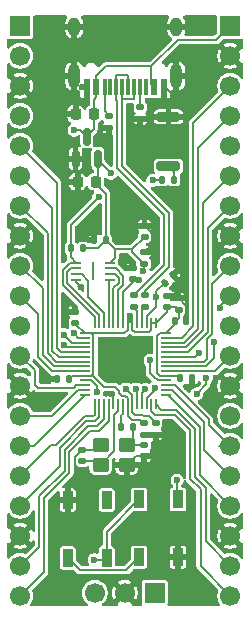
<source format=gbr>
%TF.GenerationSoftware,KiCad,Pcbnew,9.0.6*%
%TF.CreationDate,2025-12-14T11:18:03-08:00*%
%TF.ProjectId,devboard,64657662-6f61-4726-942e-6b696361645f,rev?*%
%TF.SameCoordinates,Original*%
%TF.FileFunction,Copper,L1,Top*%
%TF.FilePolarity,Positive*%
%FSLAX46Y46*%
G04 Gerber Fmt 4.6, Leading zero omitted, Abs format (unit mm)*
G04 Created by KiCad (PCBNEW 9.0.6) date 2025-12-14 11:18:03*
%MOMM*%
%LPD*%
G01*
G04 APERTURE LIST*
G04 Aperture macros list*
%AMRoundRect*
0 Rectangle with rounded corners*
0 $1 Rounding radius*
0 $2 $3 $4 $5 $6 $7 $8 $9 X,Y pos of 4 corners*
0 Add a 4 corners polygon primitive as box body*
4,1,4,$2,$3,$4,$5,$6,$7,$8,$9,$2,$3,0*
0 Add four circle primitives for the rounded corners*
1,1,$1+$1,$2,$3*
1,1,$1+$1,$4,$5*
1,1,$1+$1,$6,$7*
1,1,$1+$1,$8,$9*
0 Add four rect primitives between the rounded corners*
20,1,$1+$1,$2,$3,$4,$5,0*
20,1,$1+$1,$4,$5,$6,$7,0*
20,1,$1+$1,$6,$7,$8,$9,0*
20,1,$1+$1,$8,$9,$2,$3,0*%
G04 Aperture macros list end*
%TA.AperFunction,SMDPad,CuDef*%
%ADD10RoundRect,0.090000X-0.360000X0.660000X-0.360000X-0.660000X0.360000X-0.660000X0.360000X0.660000X0*%
%TD*%
%TA.AperFunction,SMDPad,CuDef*%
%ADD11RoundRect,0.090000X0.360000X-0.660000X0.360000X0.660000X-0.360000X0.660000X-0.360000X-0.660000X0*%
%TD*%
%TA.AperFunction,SMDPad,CuDef*%
%ADD12RoundRect,0.050000X-0.387500X-0.050000X0.387500X-0.050000X0.387500X0.050000X-0.387500X0.050000X0*%
%TD*%
%TA.AperFunction,SMDPad,CuDef*%
%ADD13RoundRect,0.050000X-0.050000X-0.387500X0.050000X-0.387500X0.050000X0.387500X-0.050000X0.387500X0*%
%TD*%
%TA.AperFunction,HeatsinkPad*%
%ADD14R,3.200000X3.200000*%
%TD*%
%TA.AperFunction,SMDPad,CuDef*%
%ADD15RoundRect,0.140000X0.021213X-0.219203X0.219203X-0.021213X-0.021213X0.219203X-0.219203X0.021213X0*%
%TD*%
%TA.AperFunction,SMDPad,CuDef*%
%ADD16RoundRect,0.135000X0.135000X0.185000X-0.135000X0.185000X-0.135000X-0.185000X0.135000X-0.185000X0*%
%TD*%
%TA.AperFunction,SMDPad,CuDef*%
%ADD17RoundRect,0.140000X0.170000X-0.140000X0.170000X0.140000X-0.170000X0.140000X-0.170000X-0.140000X0*%
%TD*%
%TA.AperFunction,SMDPad,CuDef*%
%ADD18RoundRect,0.150000X0.150000X-0.587500X0.150000X0.587500X-0.150000X0.587500X-0.150000X-0.587500X0*%
%TD*%
%TA.AperFunction,SMDPad,CuDef*%
%ADD19RoundRect,0.140000X-0.170000X0.140000X-0.170000X-0.140000X0.170000X-0.140000X0.170000X0.140000X0*%
%TD*%
%TA.AperFunction,SMDPad,CuDef*%
%ADD20RoundRect,0.135000X-0.185000X0.135000X-0.185000X-0.135000X0.185000X-0.135000X0.185000X0.135000X0*%
%TD*%
%TA.AperFunction,SMDPad,CuDef*%
%ADD21RoundRect,0.250000X-0.450000X-0.350000X0.450000X-0.350000X0.450000X0.350000X-0.450000X0.350000X0*%
%TD*%
%TA.AperFunction,SMDPad,CuDef*%
%ADD22RoundRect,0.062500X-0.387500X-0.062500X0.387500X-0.062500X0.387500X0.062500X-0.387500X0.062500X0*%
%TD*%
%TA.AperFunction,HeatsinkPad*%
%ADD23R,0.200000X1.600000*%
%TD*%
%TA.AperFunction,SMDPad,CuDef*%
%ADD24RoundRect,0.200000X-0.800000X0.200000X-0.800000X-0.200000X0.800000X-0.200000X0.800000X0.200000X0*%
%TD*%
%TA.AperFunction,SMDPad,CuDef*%
%ADD25RoundRect,0.140000X-0.140000X-0.170000X0.140000X-0.170000X0.140000X0.170000X-0.140000X0.170000X0*%
%TD*%
%TA.AperFunction,SMDPad,CuDef*%
%ADD26RoundRect,0.140000X0.140000X0.170000X-0.140000X0.170000X-0.140000X-0.170000X0.140000X-0.170000X0*%
%TD*%
%TA.AperFunction,SMDPad,CuDef*%
%ADD27R,0.600000X1.450000*%
%TD*%
%TA.AperFunction,SMDPad,CuDef*%
%ADD28R,0.300000X1.450000*%
%TD*%
%TA.AperFunction,HeatsinkPad*%
%ADD29O,1.000000X2.100000*%
%TD*%
%TA.AperFunction,HeatsinkPad*%
%ADD30O,1.000000X1.600000*%
%TD*%
%TA.AperFunction,SMDPad,CuDef*%
%ADD31RoundRect,0.225000X0.225000X0.250000X-0.225000X0.250000X-0.225000X-0.250000X0.225000X-0.250000X0*%
%TD*%
%TA.AperFunction,ComponentPad*%
%ADD32R,1.700000X1.700000*%
%TD*%
%TA.AperFunction,ComponentPad*%
%ADD33C,1.700000*%
%TD*%
%TA.AperFunction,ViaPad*%
%ADD34C,0.600000*%
%TD*%
%TA.AperFunction,Conductor*%
%ADD35C,0.200000*%
%TD*%
G04 APERTURE END LIST*
D10*
%TO.P,D2,1,DOUT*%
%TO.N,unconnected-(D2-DOUT-Pad1)*%
X80610000Y-97040000D03*
%TO.P,D2,2,VSS*%
%TO.N,GND*%
X77310000Y-97040000D03*
%TO.P,D2,3,DIN*%
%TO.N,Net-(D1-DOUT)*%
X77310000Y-101940000D03*
%TO.P,D2,4,VDD*%
%TO.N,VBUS*%
X80610000Y-101940000D03*
%TD*%
D11*
%TO.P,D1,1,DOUT*%
%TO.N,Net-(D1-DOUT)*%
X83340000Y-101900000D03*
%TO.P,D1,2,VSS*%
%TO.N,GND*%
X86640000Y-101900000D03*
%TO.P,D1,3,DIN*%
%TO.N,GPIO25*%
X86640000Y-97000000D03*
%TO.P,D1,4,VDD*%
%TO.N,VBUS*%
X83340000Y-97000000D03*
%TD*%
D12*
%TO.P,U1,1,IOVDD*%
%TO.N,+3V3*%
X78732500Y-82920000D03*
%TO.P,U1,2,GPIO0*%
%TO.N,GPIO0*%
X78732500Y-83320000D03*
%TO.P,U1,3,GPIO1*%
%TO.N,GPIO1*%
X78732500Y-83720000D03*
%TO.P,U1,4,GPIO2*%
%TO.N,GPIO2*%
X78732500Y-84120000D03*
%TO.P,U1,5,GPIO3*%
%TO.N,GPIO3*%
X78732500Y-84520000D03*
%TO.P,U1,6,GPIO4*%
%TO.N,GPIO4*%
X78732500Y-84920000D03*
%TO.P,U1,7,GPIO5*%
%TO.N,GPIO5*%
X78732500Y-85320000D03*
%TO.P,U1,8,GPIO6*%
%TO.N,GPIO6*%
X78732500Y-85720000D03*
%TO.P,U1,9,GPIO7*%
%TO.N,GPIO7*%
X78732500Y-86120000D03*
%TO.P,U1,10,IOVDD*%
%TO.N,+3V3*%
X78732500Y-86520000D03*
%TO.P,U1,11,GPIO8*%
%TO.N,GPIO8*%
X78732500Y-86920000D03*
%TO.P,U1,12,GPIO9*%
%TO.N,GPIO9*%
X78732500Y-87320000D03*
%TO.P,U1,13,GPIO10*%
%TO.N,GPIO10*%
X78732500Y-87720000D03*
%TO.P,U1,14,GPIO11*%
%TO.N,GPIO11*%
X78732500Y-88120000D03*
D13*
%TO.P,U1,15,GPIO12*%
%TO.N,GPIO12*%
X79570000Y-88957500D03*
%TO.P,U1,16,GPIO13*%
%TO.N,GPIO13*%
X79970000Y-88957500D03*
%TO.P,U1,17,GPIO14*%
%TO.N,GPIO14*%
X80370000Y-88957500D03*
%TO.P,U1,18,GPIO15*%
%TO.N,GPIO15*%
X80770000Y-88957500D03*
%TO.P,U1,19,TESTEN*%
%TO.N,GND*%
X81170000Y-88957500D03*
%TO.P,U1,20,XIN*%
%TO.N,XIN*%
X81570000Y-88957500D03*
%TO.P,U1,21,XOUT*%
%TO.N,XOUT*%
X81970000Y-88957500D03*
%TO.P,U1,22,IOVDD*%
%TO.N,+3V3*%
X82370000Y-88957500D03*
%TO.P,U1,23,DVDD*%
%TO.N,+1V1*%
X82770000Y-88957500D03*
%TO.P,U1,24,SWCLK*%
%TO.N,SWCLK*%
X83170000Y-88957500D03*
%TO.P,U1,25,SWD*%
%TO.N,SWD*%
X83570000Y-88957500D03*
%TO.P,U1,26,RUN*%
%TO.N,RUN*%
X83970000Y-88957500D03*
%TO.P,U1,27,GPIO16*%
%TO.N,GPIO16*%
X84370000Y-88957500D03*
%TO.P,U1,28,GPIO17*%
%TO.N,GPIO17*%
X84770000Y-88957500D03*
D12*
%TO.P,U1,29,GPIO18*%
%TO.N,GPIO18*%
X85607500Y-88120000D03*
%TO.P,U1,30,GPIO19*%
%TO.N,GPIO19*%
X85607500Y-87720000D03*
%TO.P,U1,31,GPIO20*%
%TO.N,GPIO20*%
X85607500Y-87320000D03*
%TO.P,U1,32,GPIO21*%
%TO.N,GPIO21*%
X85607500Y-86920000D03*
%TO.P,U1,33,IOVDD*%
%TO.N,+3V3*%
X85607500Y-86520000D03*
%TO.P,U1,34,GPIO22*%
%TO.N,GPIO22*%
X85607500Y-86120000D03*
%TO.P,U1,35,GPIO23*%
%TO.N,GPIO23*%
X85607500Y-85720000D03*
%TO.P,U1,36,GPIO24*%
%TO.N,GPIO24*%
X85607500Y-85320000D03*
%TO.P,U1,37,GPIO25*%
%TO.N,GPIO25*%
X85607500Y-84920000D03*
%TO.P,U1,38,GPIO26_ADC0*%
%TO.N,GPIO26*%
X85607500Y-84520000D03*
%TO.P,U1,39,GPIO27_ADC1*%
%TO.N,GPIO27*%
X85607500Y-84120000D03*
%TO.P,U1,40,GPIO28_ADC2*%
%TO.N,GPIO28*%
X85607500Y-83720000D03*
%TO.P,U1,41,GPIO29_ADC3*%
%TO.N,GPIO29*%
X85607500Y-83320000D03*
%TO.P,U1,42,IOVDD*%
%TO.N,+3V3*%
X85607500Y-82920000D03*
D13*
%TO.P,U1,43,ADC_AVDD*%
X84770000Y-82082500D03*
%TO.P,U1,44,VREG_IN*%
X84370000Y-82082500D03*
%TO.P,U1,45,VREG_VOUT*%
%TO.N,+1V1*%
X83970000Y-82082500D03*
%TO.P,U1,46,USB_DM*%
%TO.N,Net-(U1-USB_DM)*%
X83570000Y-82082500D03*
%TO.P,U1,47,USB_DP*%
%TO.N,Net-(U1-USB_DP)*%
X83170000Y-82082500D03*
%TO.P,U1,48,USB_VDD*%
%TO.N,+3V3*%
X82770000Y-82082500D03*
%TO.P,U1,49,IOVDD*%
X82370000Y-82082500D03*
%TO.P,U1,50,DVDD*%
%TO.N,+1V1*%
X81970000Y-82082500D03*
%TO.P,U1,51,QSPI_SD3*%
%TO.N,QSPI_SD3*%
X81570000Y-82082500D03*
%TO.P,U1,52,QSPI_SCLK*%
%TO.N,QSPI_SCLK*%
X81170000Y-82082500D03*
%TO.P,U1,53,QSPI_SD0*%
%TO.N,QSPI_SD0*%
X80770000Y-82082500D03*
%TO.P,U1,54,QSPI_SD2*%
%TO.N,QSPI_SD2*%
X80370000Y-82082500D03*
%TO.P,U1,55,QSPI_SD1*%
%TO.N,QSPI_SD1*%
X79970000Y-82082500D03*
%TO.P,U1,56,QSPI_SS*%
%TO.N,QSPI_SS*%
X79570000Y-82082500D03*
D14*
%TO.P,U1,57,GND*%
%TO.N,GND*%
X82170000Y-85520000D03*
%TD*%
D15*
%TO.P,C10,1*%
%TO.N,+1V1*%
X85510000Y-78660000D03*
%TO.P,C10,2*%
%TO.N,GND*%
X86188822Y-77981178D03*
%TD*%
D16*
%TO.P,R5,1*%
%TO.N,Net-(C16-Pad2)*%
X82840000Y-90860000D03*
%TO.P,R5,2*%
%TO.N,XOUT*%
X81820000Y-90860000D03*
%TD*%
D17*
%TO.P,C4,1*%
%TO.N,+3V3*%
X86680000Y-80940000D03*
%TO.P,C4,2*%
%TO.N,GND*%
X86680000Y-79980000D03*
%TD*%
D18*
%TO.P,U2,1,GND*%
%TO.N,GND*%
X77960000Y-68145000D03*
%TO.P,U2,2,VO*%
%TO.N,+3V3*%
X79860000Y-68145000D03*
%TO.P,U2,3,VI*%
%TO.N,VBUS*%
X78910000Y-66270000D03*
%TD*%
D19*
%TO.P,C11,1*%
%TO.N,+1V1*%
X84740000Y-90550000D03*
%TO.P,C11,2*%
%TO.N,GND*%
X84740000Y-91510000D03*
%TD*%
D20*
%TO.P,R2,1*%
%TO.N,Net-(J1-CC2)*%
X80810000Y-64540000D03*
%TO.P,R2,2*%
%TO.N,GND*%
X80810000Y-65560000D03*
%TD*%
D21*
%TO.P,Y1,1,1*%
%TO.N,GND*%
X82290000Y-94080000D03*
%TO.P,Y1,2,2*%
%TO.N,XIN*%
X80090000Y-94080000D03*
%TO.P,Y1,3,3*%
%TO.N,GND*%
X80090000Y-92380000D03*
%TO.P,Y1,4,4*%
%TO.N,Net-(C16-Pad2)*%
X82290000Y-92380000D03*
%TD*%
D22*
%TO.P,U3,1,~{CS}*%
%TO.N,QSPI_SS*%
X78015000Y-76937500D03*
%TO.P,U3,2,DO/IO_{1}*%
%TO.N,QSPI_SD1*%
X78015000Y-77437500D03*
%TO.P,U3,3,~{WP}/IO_{2}*%
%TO.N,QSPI_SD2*%
X78015000Y-77937500D03*
%TO.P,U3,4,GND*%
%TO.N,GND*%
X78015000Y-78437500D03*
%TO.P,U3,5,DI/IO_{0}*%
%TO.N,QSPI_SD0*%
X80865000Y-78437500D03*
%TO.P,U3,6,CLK*%
%TO.N,QSPI_SCLK*%
X80865000Y-77937500D03*
%TO.P,U3,7,~{HOLD}/~{RESET}/IO_{3}*%
%TO.N,QSPI_SD3*%
X80865000Y-77437500D03*
%TO.P,U3,8,VCC*%
%TO.N,+3V3*%
X80865000Y-76937500D03*
D23*
%TO.P,U3,9*%
%TO.N,N/C*%
X79440000Y-77687500D03*
%TD*%
D24*
%TO.P,SW1,1,1*%
%TO.N,GND*%
X85830000Y-64600000D03*
%TO.P,SW1,2,2*%
%TO.N,Net-(R7-Pad1)*%
X85830000Y-68800000D03*
%TD*%
D20*
%TO.P,R4,1*%
%TO.N,D-*%
X83840000Y-79700000D03*
%TO.P,R4,2*%
%TO.N,Net-(U1-USB_DM)*%
X83840000Y-80720000D03*
%TD*%
D25*
%TO.P,C8,1*%
%TO.N,+3V3*%
X86390000Y-81910000D03*
%TO.P,C8,2*%
%TO.N,GND*%
X87350000Y-81910000D03*
%TD*%
D26*
%TO.P,C1,1*%
%TO.N,+3V3*%
X80520000Y-75070000D03*
%TO.P,C1,2*%
%TO.N,GND*%
X79560000Y-75070000D03*
%TD*%
D17*
%TO.P,C3,1*%
%TO.N,+3V3*%
X85720000Y-80740000D03*
%TO.P,C3,2*%
%TO.N,GND*%
X85720000Y-79780000D03*
%TD*%
%TO.P,C16,1*%
%TO.N,GND*%
X83790000Y-93350000D03*
%TO.P,C16,2*%
%TO.N,Net-(C16-Pad2)*%
X83790000Y-92390000D03*
%TD*%
D19*
%TO.P,C15,1*%
%TO.N,GND*%
X78540000Y-92790000D03*
%TO.P,C15,2*%
%TO.N,XIN*%
X78540000Y-93750000D03*
%TD*%
D20*
%TO.P,R3,1*%
%TO.N,D+*%
X82870000Y-79710000D03*
%TO.P,R3,2*%
%TO.N,Net-(U1-USB_DP)*%
X82870000Y-80730000D03*
%TD*%
D19*
%TO.P,C9,1*%
%TO.N,+3V3*%
X83780000Y-90560000D03*
%TO.P,C9,2*%
%TO.N,GND*%
X83780000Y-91520000D03*
%TD*%
D20*
%TO.P,R1,1*%
%TO.N,Net-(J1-CC1)*%
X83450000Y-63780000D03*
%TO.P,R1,2*%
%TO.N,GND*%
X83450000Y-64800000D03*
%TD*%
D27*
%TO.P,J1,A1,GND*%
%TO.N,GND*%
X85420000Y-62065000D03*
%TO.P,J1,A4,VBUS*%
%TO.N,VBUS*%
X84620000Y-62065000D03*
D28*
%TO.P,J1,A5,CC1*%
%TO.N,Net-(J1-CC1)*%
X83420000Y-62065000D03*
%TO.P,J1,A6,D+*%
%TO.N,D+*%
X82420000Y-62065000D03*
%TO.P,J1,A7,D-*%
%TO.N,D-*%
X81920000Y-62065000D03*
%TO.P,J1,A8*%
%TO.N,N/C*%
X80920000Y-62065000D03*
D27*
%TO.P,J1,A9,VBUS*%
%TO.N,VBUS*%
X79720000Y-62065000D03*
%TO.P,J1,A12,GND*%
%TO.N,GND*%
X78920000Y-62065000D03*
%TO.P,J1,B1,GND*%
X78920000Y-62065000D03*
%TO.P,J1,B4,VBUS*%
%TO.N,VBUS*%
X79720000Y-62065000D03*
D28*
%TO.P,J1,B5,CC2*%
%TO.N,Net-(J1-CC2)*%
X80420000Y-62065000D03*
%TO.P,J1,B6,D+*%
%TO.N,D+*%
X81420000Y-62065000D03*
%TO.P,J1,B7,D-*%
%TO.N,D-*%
X82920000Y-62065000D03*
%TO.P,J1,B8*%
%TO.N,N/C*%
X83920000Y-62065000D03*
D27*
%TO.P,J1,B9,VBUS*%
%TO.N,VBUS*%
X84620000Y-62065000D03*
%TO.P,J1,B12,GND*%
%TO.N,GND*%
X85420000Y-62065000D03*
D29*
%TO.P,J1,S1,SHIELD*%
X86490000Y-61150000D03*
D30*
X86490000Y-56970000D03*
D29*
X77850000Y-61150000D03*
D30*
X77850000Y-56970000D03*
%TD*%
D16*
%TO.P,R6,1*%
%TO.N,+3V3*%
X78600000Y-75740000D03*
%TO.P,R6,2*%
%TO.N,QSPI_SS*%
X77580000Y-75740000D03*
%TD*%
D17*
%TO.P,C7,1*%
%TO.N,+3V3*%
X83800000Y-74770000D03*
%TO.P,C7,2*%
%TO.N,GND*%
X83800000Y-73810000D03*
%TD*%
D16*
%TO.P,R7,1*%
%TO.N,Net-(R7-Pad1)*%
X86300000Y-69930000D03*
%TO.P,R7,2*%
%TO.N,QSPI_SS*%
X85280000Y-69930000D03*
%TD*%
D26*
%TO.P,C5,1*%
%TO.N,+3V3*%
X77390000Y-86810000D03*
%TO.P,C5,2*%
%TO.N,GND*%
X76430000Y-86810000D03*
%TD*%
D25*
%TO.P,C6,1*%
%TO.N,+3V3*%
X86830000Y-86750000D03*
%TO.P,C6,2*%
%TO.N,GND*%
X87790000Y-86750000D03*
%TD*%
D17*
%TO.P,C17,1*%
%TO.N,+3V3*%
X83780000Y-77030000D03*
%TO.P,C17,2*%
%TO.N,GND*%
X83780000Y-76070000D03*
%TD*%
%TO.P,C2,1*%
%TO.N,+3V3*%
X77930000Y-82060000D03*
%TO.P,C2,2*%
%TO.N,GND*%
X77930000Y-81100000D03*
%TD*%
D31*
%TO.P,C14,1*%
%TO.N,+3V3*%
X79690000Y-70090000D03*
%TO.P,C14,2*%
%TO.N,GND*%
X78140000Y-70090000D03*
%TD*%
D32*
%TO.P,J4,1,Pin_1*%
%TO.N,SWD*%
X84660000Y-104900000D03*
D33*
%TO.P,J4,2,Pin_2*%
%TO.N,GND*%
X82120000Y-104900000D03*
%TO.P,J4,3,Pin_3*%
%TO.N,SWCLK*%
X79580000Y-104900000D03*
%TD*%
D32*
%TO.P,J2,1,Pin_1*%
%TO.N,VBUS*%
X91060000Y-56890000D03*
D33*
%TO.P,J2,2,Pin_2*%
%TO.N,GND*%
X91060000Y-59430000D03*
%TO.P,J2,3,Pin_3*%
%TO.N,GPIO29*%
X91060000Y-61970000D03*
%TO.P,J2,4,Pin_4*%
%TO.N,GPIO28*%
X91060000Y-64510000D03*
%TO.P,J2,5,Pin_5*%
%TO.N,+3V3*%
X91060000Y-67050000D03*
%TO.P,J2,6,Pin_6*%
%TO.N,GPIO27*%
X91060000Y-69590000D03*
%TO.P,J2,7,Pin_7*%
%TO.N,GPIO26*%
X91060000Y-72130000D03*
%TO.P,J2,8,Pin_8*%
%TO.N,GND*%
X91060000Y-74670000D03*
%TO.P,J2,9,Pin_9*%
%TO.N,GPIO24*%
X91060000Y-77210000D03*
%TO.P,J2,10,Pin_10*%
%TO.N,GPIO23*%
X91060000Y-79750000D03*
%TO.P,J2,11,Pin_11*%
%TO.N,RUN*%
X91060000Y-82290000D03*
%TO.P,J2,12,Pin_12*%
%TO.N,GPIO22*%
X91060000Y-84830000D03*
%TO.P,J2,13,Pin_13*%
%TO.N,GND*%
X91060000Y-87370000D03*
%TO.P,J2,14,Pin_14*%
%TO.N,GPIO21*%
X91060000Y-89910000D03*
%TO.P,J2,15,Pin_15*%
%TO.N,GPIO20*%
X91060000Y-92450000D03*
%TO.P,J2,16,Pin_16*%
%TO.N,GPIO19*%
X91060000Y-94990000D03*
%TO.P,J2,17,Pin_17*%
%TO.N,GPIO18*%
X91060000Y-97530000D03*
%TO.P,J2,18,Pin_18*%
%TO.N,GND*%
X91060000Y-100070000D03*
%TO.P,J2,19,Pin_19*%
%TO.N,GPIO17*%
X91060000Y-102610000D03*
%TO.P,J2,20,Pin_20*%
%TO.N,GPIO16*%
X91060000Y-105150000D03*
%TD*%
D32*
%TO.P,J3,1,Pin_1*%
%TO.N,GPIO0*%
X73280000Y-56890000D03*
D33*
%TO.P,J3,2,Pin_2*%
%TO.N,GPIO1*%
X73280000Y-59430000D03*
%TO.P,J3,3,Pin_3*%
%TO.N,GND*%
X73280000Y-61970000D03*
%TO.P,J3,4,Pin_4*%
%TO.N,GPIO2*%
X73280000Y-64510000D03*
%TO.P,J3,5,Pin_5*%
%TO.N,GPIO3*%
X73280000Y-67050000D03*
%TO.P,J3,6,Pin_6*%
%TO.N,GPIO4*%
X73280000Y-69590000D03*
%TO.P,J3,7,Pin_7*%
%TO.N,GPIO5*%
X73280000Y-72130000D03*
%TO.P,J3,8,Pin_8*%
%TO.N,GND*%
X73280000Y-74670000D03*
%TO.P,J3,9,Pin_9*%
%TO.N,GPIO6*%
X73280000Y-77210000D03*
%TO.P,J3,10,Pin_10*%
%TO.N,GPIO7*%
X73280000Y-79750000D03*
%TO.P,J3,11,Pin_11*%
%TO.N,GPIO8*%
X73280000Y-82290000D03*
%TO.P,J3,12,Pin_12*%
%TO.N,GPIO9*%
X73280000Y-84830000D03*
%TO.P,J3,13,Pin_13*%
%TO.N,GND*%
X73280000Y-87370000D03*
%TO.P,J3,14,Pin_14*%
%TO.N,GPIO10*%
X73280000Y-89910000D03*
%TO.P,J3,15,Pin_15*%
%TO.N,GPIO11*%
X73280000Y-92450000D03*
%TO.P,J3,16,Pin_16*%
%TO.N,GPIO12*%
X73280000Y-94990000D03*
%TO.P,J3,17,Pin_17*%
%TO.N,GPIO13*%
X73280000Y-97530000D03*
%TO.P,J3,18,Pin_18*%
%TO.N,GND*%
X73280000Y-100070000D03*
%TO.P,J3,19,Pin_19*%
%TO.N,GPIO14*%
X73280000Y-102610000D03*
%TO.P,J3,20,Pin_20*%
%TO.N,GPIO15*%
X73280000Y-105150000D03*
%TD*%
D17*
%TO.P,C12,1*%
%TO.N,+1V1*%
X82820000Y-78360000D03*
%TO.P,C12,2*%
%TO.N,GND*%
X82820000Y-77400000D03*
%TD*%
D31*
%TO.P,C13,1*%
%TO.N,VBUS*%
X79525000Y-64360000D03*
%TO.P,C13,2*%
%TO.N,GND*%
X77975000Y-64360000D03*
%TD*%
D34*
%TO.N,VBUS*%
X79530000Y-102100000D03*
%TO.N,GPIO25*%
X86560000Y-95380000D03*
%TO.N,+3V3*%
X83680000Y-77660000D03*
X82570000Y-81489566D03*
X80960000Y-69370000D03*
%TO.N,GND*%
X82120000Y-76610000D03*
X89980000Y-75860000D03*
X76020000Y-56960000D03*
X89090000Y-88980000D03*
X79270000Y-73900000D03*
X86470000Y-63030000D03*
X73960000Y-75810000D03*
X88730000Y-105560000D03*
X87409265Y-87510735D03*
X89640000Y-98830000D03*
X77290000Y-80250000D03*
X83850000Y-83450000D03*
X80041446Y-65960425D03*
X78730000Y-95450000D03*
X75620000Y-105510000D03*
X75760000Y-88600000D03*
X81750000Y-74400000D03*
X78439000Y-78978770D03*
X81011044Y-88053246D03*
X89380000Y-57240000D03*
X86920000Y-78920000D03*
X75300000Y-86700000D03*
%TO.N,+1V1*%
X82220000Y-87620002D03*
X83344992Y-78386479D03*
X84810000Y-79880000D03*
%TO.N,VBUS*%
X77860000Y-65720000D03*
%TO.N,GPIO25*%
X88210000Y-88070000D03*
X89020000Y-86720000D03*
X88400000Y-84620000D03*
%TO.N,RUN*%
X84689959Y-87521001D03*
%TO.N,GPIO21*%
X84270000Y-85211034D03*
%TO.N,GPIO23*%
X90230000Y-80810000D03*
X89707044Y-83702786D03*
%TO.N,GPIO1*%
X77004000Y-83060000D03*
%TO.N,GPIO0*%
X77790132Y-82911673D03*
%TO.N,GPIO8*%
X79760000Y-87860000D03*
%TO.N,GPIO2*%
X77004000Y-83920000D03*
%TO.N,SWD*%
X83867509Y-87660380D03*
%TO.N,SWCLK*%
X83068527Y-87619999D03*
%TO.N,QSPI_SS*%
X79940000Y-71389265D03*
X84500000Y-69980000D03*
%TD*%
D35*
%TO.N,Net-(D1-DOUT)*%
X82249000Y-102991000D02*
X83340000Y-101900000D01*
X78361000Y-102991000D02*
X82249000Y-102991000D01*
X77310000Y-101940000D02*
X78361000Y-102991000D01*
%TO.N,VBUS*%
X80450000Y-102100000D02*
X80610000Y-101940000D01*
X79530000Y-102100000D02*
X80450000Y-102100000D01*
X80610000Y-99730000D02*
X83340000Y-97000000D01*
X80610000Y-101940000D02*
X80610000Y-99730000D01*
%TO.N,GPIO25*%
X86560000Y-96920000D02*
X86640000Y-97000000D01*
X86560000Y-95380000D02*
X86560000Y-96920000D01*
%TO.N,GPIO16*%
X88548125Y-96152325D02*
X88548125Y-102638125D01*
X87670000Y-95274200D02*
X88548125Y-96152325D01*
X87670000Y-91160000D02*
X87670000Y-95274200D01*
X88548125Y-102638125D02*
X91060000Y-105150000D01*
%TO.N,GPIO17*%
X88981450Y-96018550D02*
X88981450Y-100531450D01*
X88981450Y-100531450D02*
X91060000Y-102610000D01*
X88071000Y-95108100D02*
X88981450Y-96018550D01*
X88071000Y-90993900D02*
X88071000Y-95108100D01*
%TO.N,GPIO15*%
X75291000Y-103139000D02*
X73280000Y-105150000D01*
X75291000Y-96886157D02*
X75291000Y-103139000D01*
X77440000Y-92952450D02*
X77440000Y-94737157D01*
X79212450Y-91180000D02*
X77440000Y-92952450D01*
X79213450Y-91181000D02*
X79212450Y-91180000D01*
X77440000Y-94737157D02*
X75291000Y-96886157D01*
X80771000Y-90343200D02*
X79933200Y-91181000D01*
X79933200Y-91181000D02*
X79213450Y-91181000D01*
X80771000Y-89610000D02*
X80771000Y-90343200D01*
X80770000Y-88957500D02*
X80770000Y-89609000D01*
X80770000Y-89609000D02*
X80771000Y-89610000D01*
%TO.N,GPIO14*%
X74890000Y-101000000D02*
X73280000Y-102610000D01*
X74890000Y-96720000D02*
X74890000Y-101000000D01*
X74890057Y-96720000D02*
X74890000Y-96720000D01*
X77039000Y-94571057D02*
X74890057Y-96720000D01*
X77039000Y-92786350D02*
X77039000Y-94571057D01*
%TO.N,+3V3*%
X79860000Y-69920000D02*
X79690000Y-70090000D01*
X83780000Y-77560000D02*
X83680000Y-77660000D01*
X82699000Y-90239000D02*
X83459000Y-90239000D01*
X83459000Y-90239000D02*
X83780000Y-90560000D01*
X79860000Y-68145000D02*
X79860000Y-69920000D01*
X77930000Y-82117500D02*
X78732500Y-82920000D01*
X84370000Y-82617774D02*
X84370000Y-82082500D01*
X81261000Y-75811000D02*
X82759000Y-75811000D01*
X82370000Y-82620000D02*
X82070000Y-82920000D01*
X81261000Y-76541500D02*
X80865000Y-76937500D01*
X85070000Y-86520000D02*
X84870000Y-86320000D01*
X84166774Y-82821000D02*
X84370000Y-82617774D01*
X82370000Y-88410000D02*
X82179000Y-88219000D01*
X82971000Y-82821000D02*
X84166774Y-82821000D01*
X80520000Y-75070000D02*
X79850000Y-75740000D01*
X83780000Y-77030000D02*
X83780000Y-77560000D01*
X83560000Y-77030000D02*
X83780000Y-77030000D01*
X85720000Y-81132500D02*
X84770000Y-82082500D01*
X82370000Y-88957500D02*
X82370000Y-88410000D01*
X79860000Y-68145000D02*
X79860000Y-68270000D01*
X84770000Y-82082500D02*
X84370000Y-82082500D01*
X82759000Y-75811000D02*
X83800000Y-74770000D01*
X82759000Y-75811000D02*
X82759000Y-76009000D01*
X79860000Y-68270000D02*
X80960000Y-69370000D01*
X78732500Y-82920000D02*
X79290000Y-82920000D01*
X82759000Y-76009000D02*
X83780000Y-77030000D01*
X84870000Y-83122226D02*
X85072226Y-82920000D01*
X86480000Y-80740000D02*
X86680000Y-80940000D01*
X86680000Y-80940000D02*
X86680000Y-81620000D01*
X79471000Y-83101000D02*
X79471000Y-86359000D01*
X85607500Y-86520000D02*
X86600000Y-86520000D01*
X86600000Y-86520000D02*
X86830000Y-86750000D01*
X79290000Y-82920000D02*
X79471000Y-83101000D01*
X84870000Y-86320000D02*
X84870000Y-83122226D01*
X81261000Y-75811000D02*
X81261000Y-76541500D01*
X80520000Y-75070000D02*
X81261000Y-75811000D01*
X82370000Y-88957500D02*
X82370000Y-89910000D01*
X78732500Y-86520000D02*
X77680000Y-86520000D01*
X82570000Y-81882500D02*
X82770000Y-82082500D01*
X85720000Y-80740000D02*
X85720000Y-81132500D01*
X82070000Y-82920000D02*
X78732500Y-82920000D01*
X77680000Y-86520000D02*
X77390000Y-86810000D01*
X86390000Y-81910000D02*
X86390000Y-82137500D01*
X77930000Y-82060000D02*
X77930000Y-82117500D01*
X82570000Y-81489566D02*
X82570000Y-81882500D01*
X81612044Y-87804303D02*
X81259987Y-87452246D01*
X86390000Y-82137500D02*
X85607500Y-82920000D01*
X85607500Y-86520000D02*
X85070000Y-86520000D01*
X82179000Y-88219000D02*
X81870000Y-88219000D01*
X81612044Y-87961044D02*
X81612044Y-87804303D01*
X80540000Y-75050000D02*
X80520000Y-75070000D01*
X79690000Y-70090000D02*
X79690000Y-70260000D01*
X79310000Y-86520000D02*
X78732500Y-86520000D01*
X82770000Y-82620000D02*
X82971000Y-82821000D01*
X79850000Y-75740000D02*
X78600000Y-75740000D01*
X82370000Y-82082500D02*
X82370000Y-82620000D01*
X80372246Y-87452246D02*
X79440000Y-86520000D01*
X79690000Y-70260000D02*
X80540000Y-71110000D01*
X79440000Y-86520000D02*
X79310000Y-86520000D01*
X79471000Y-86359000D02*
X79310000Y-86520000D01*
X86680000Y-81620000D02*
X86390000Y-81910000D01*
X82370000Y-89910000D02*
X82699000Y-90239000D01*
X81870000Y-88219000D02*
X81612044Y-87961044D01*
X82770000Y-82082500D02*
X82770000Y-82620000D01*
X80540000Y-71110000D02*
X80540000Y-75050000D01*
X85072226Y-82920000D02*
X85607500Y-82920000D01*
X82570000Y-81882500D02*
X82370000Y-82082500D01*
X81259987Y-87452246D02*
X80372246Y-87452246D01*
X85720000Y-80740000D02*
X86480000Y-80740000D01*
%TO.N,GND*%
X78015000Y-78554770D02*
X78439000Y-78978770D01*
X76320000Y-86700000D02*
X76430000Y-86810000D01*
X77929000Y-94649000D02*
X78730000Y-95450000D01*
X82820000Y-77400000D02*
X82820000Y-77310000D01*
X81170000Y-88957500D02*
X81170000Y-88212202D01*
X83780000Y-91520000D02*
X84730000Y-91520000D01*
X85505000Y-62065000D02*
X86470000Y-63030000D01*
X77929000Y-93401000D02*
X77929000Y-94649000D01*
X86680000Y-79980000D02*
X87350000Y-80650000D01*
X83780000Y-76070000D02*
X84411000Y-75439000D01*
X82170000Y-85520000D02*
X82170000Y-85130000D01*
X78540000Y-92790000D02*
X77929000Y-93401000D01*
X78015000Y-78437500D02*
X78015000Y-78554770D01*
X83460000Y-93350000D02*
X83790000Y-93350000D01*
X82170000Y-85130000D02*
X83850000Y-83450000D01*
X85420000Y-62065000D02*
X85505000Y-62065000D01*
X75300000Y-86700000D02*
X76320000Y-86700000D01*
X86480000Y-79780000D02*
X86680000Y-79980000D01*
X87350000Y-80650000D02*
X87350000Y-81910000D01*
X77930000Y-81100000D02*
X77930000Y-80890000D01*
X83040000Y-93330000D02*
X83440000Y-93330000D01*
X85720000Y-79780000D02*
X86480000Y-79780000D01*
X81170000Y-88212202D02*
X81011044Y-88053246D01*
X82290000Y-94080000D02*
X83040000Y-93330000D01*
X87790000Y-86750000D02*
X87790000Y-87130000D01*
X87790000Y-87130000D02*
X87409265Y-87510735D01*
X84411000Y-74421000D02*
X83800000Y-73810000D01*
X84730000Y-91520000D02*
X84740000Y-91510000D01*
X83440000Y-93330000D02*
X83460000Y-93350000D01*
X77930000Y-80890000D02*
X77290000Y-80250000D01*
X84411000Y-75439000D02*
X84411000Y-74421000D01*
X82820000Y-77310000D02*
X82120000Y-76610000D01*
X79680000Y-92790000D02*
X80090000Y-92380000D01*
X78540000Y-92790000D02*
X79680000Y-92790000D01*
%TO.N,+1V1*%
X82820000Y-78360000D02*
X82820000Y-78597100D01*
X83760000Y-89972900D02*
X84162900Y-89972900D01*
X82820000Y-78597100D02*
X81970000Y-79447100D01*
X81970000Y-79447100D02*
X81970000Y-82082500D01*
X84810000Y-79360000D02*
X84810000Y-79880000D01*
X83018000Y-89838000D02*
X83625100Y-89838000D01*
X83318513Y-78360000D02*
X83344992Y-78386479D01*
X83970000Y-81490000D02*
X83990000Y-81470000D01*
X82770000Y-88170002D02*
X82220000Y-87620002D01*
X82770000Y-88957500D02*
X82770000Y-88170002D01*
X84030340Y-81470000D02*
X84630340Y-80870000D01*
X83970000Y-82082500D02*
X83970000Y-81490000D01*
X83990000Y-81470000D02*
X84030340Y-81470000D01*
X84162900Y-89972900D02*
X84740000Y-90550000D01*
X85510000Y-78660000D02*
X84810000Y-79360000D01*
X84810000Y-79880000D02*
X84810000Y-80690340D01*
X83625100Y-89838000D02*
X83760000Y-89972900D01*
X82820000Y-78360000D02*
X83318513Y-78360000D01*
X84810000Y-80690340D02*
X84630340Y-80870000D01*
X82770000Y-88957500D02*
X82770000Y-89590000D01*
X82770000Y-89590000D02*
X83018000Y-89838000D01*
%TO.N,VBUS*%
X84384000Y-61829000D02*
X84384000Y-60339992D01*
X77860000Y-65720000D02*
X78360000Y-65720000D01*
X80520008Y-60339992D02*
X84384000Y-60339992D01*
X79720000Y-62950000D02*
X79525000Y-63145000D01*
X86652992Y-58071000D02*
X89879000Y-58071000D01*
X79525000Y-63145000D02*
X79525000Y-64360000D01*
X78360000Y-65720000D02*
X78910000Y-66270000D01*
X79525000Y-65655000D02*
X78910000Y-66270000D01*
X79525000Y-64360000D02*
X79525000Y-65655000D01*
X79720000Y-62065000D02*
X79720000Y-61140000D01*
X79720000Y-62065000D02*
X79720000Y-62950000D01*
X89879000Y-58071000D02*
X91060000Y-56890000D01*
X79720000Y-61140000D02*
X80520008Y-60339992D01*
X84384000Y-60339992D02*
X86652992Y-58071000D01*
X84620000Y-62065000D02*
X84384000Y-61829000D01*
%TO.N,XIN*%
X81249000Y-89813774D02*
X81570000Y-89492774D01*
X80090000Y-94080000D02*
X81249000Y-92921000D01*
X81570000Y-89492774D02*
X81570000Y-88957500D01*
X81249000Y-92921000D02*
X81249000Y-89813774D01*
X78540000Y-93750000D02*
X79760000Y-93750000D01*
X79760000Y-93750000D02*
X80090000Y-94080000D01*
%TO.N,Net-(C16-Pad2)*%
X83780000Y-92380000D02*
X83790000Y-92390000D01*
X82290000Y-92380000D02*
X83780000Y-92380000D01*
X82840000Y-90860000D02*
X82840000Y-91830000D01*
X82840000Y-91830000D02*
X82290000Y-92380000D01*
%TO.N,GPIO25*%
X88100000Y-84920000D02*
X88400000Y-84620000D01*
X85607500Y-84920000D02*
X88100000Y-84920000D01*
X89020000Y-87260000D02*
X88210000Y-88070000D01*
X89020000Y-86720000D02*
X89020000Y-87260000D01*
%TO.N,Net-(J1-CC1)*%
X83450000Y-63780000D02*
X83450000Y-62095000D01*
X83450000Y-62095000D02*
X83420000Y-62065000D01*
%TO.N,Net-(J1-CC2)*%
X80420000Y-64150000D02*
X80810000Y-64540000D01*
X80420000Y-62065000D02*
X80420000Y-64150000D01*
%TO.N,D-*%
X81920000Y-62065000D02*
X81920000Y-63042000D01*
X81895000Y-63177501D02*
X81895000Y-68766802D01*
X81920000Y-62065000D02*
X81920000Y-63152501D01*
X81895000Y-68766802D02*
X85895000Y-72766802D01*
X81969000Y-63091000D02*
X82871000Y-63091000D01*
X81920000Y-63152501D02*
X81895000Y-63177501D01*
X85895000Y-77321397D02*
X83840000Y-79376397D01*
X81920000Y-63042000D02*
X81969000Y-63091000D01*
X85895000Y-72766802D02*
X85895000Y-77321397D01*
X83840000Y-79376397D02*
X83840000Y-79700000D01*
X82871000Y-63091000D02*
X82920000Y-63042000D01*
X82920000Y-63042000D02*
X82920000Y-62065000D01*
%TO.N,D+*%
X81445000Y-63177501D02*
X81445000Y-68953198D01*
X82420000Y-61088000D02*
X82420000Y-62065000D01*
X81469000Y-61039000D02*
X82371000Y-61039000D01*
X81420000Y-62065000D02*
X81420000Y-61088000D01*
X81420000Y-63152501D02*
X81445000Y-63177501D01*
X81420000Y-62065000D02*
X81420000Y-63152501D01*
X82371000Y-61039000D02*
X82420000Y-61088000D01*
X81420000Y-61088000D02*
X81469000Y-61039000D01*
X85445000Y-77135000D02*
X82870000Y-79710000D01*
X81445000Y-68953198D02*
X85445000Y-72953198D01*
X85445000Y-72953198D02*
X85445000Y-77135000D01*
%TO.N,RUN*%
X83970000Y-88409048D02*
X83970000Y-88957500D01*
X84670000Y-87540960D02*
X84689959Y-87521001D01*
X84670000Y-87709048D02*
X83970000Y-88409048D01*
X84670000Y-87709048D02*
X84670000Y-87540960D01*
%TO.N,GPIO16*%
X84709458Y-89832232D02*
X86342232Y-89832232D01*
X84370000Y-88957500D02*
X84370000Y-89492774D01*
X84370000Y-89492774D02*
X84709458Y-89832232D01*
X86342232Y-89832232D02*
X87670000Y-91160000D01*
%TO.N,GPIO28*%
X88332000Y-82528000D02*
X88332000Y-67238000D01*
X85607500Y-83720000D02*
X87140000Y-83720000D01*
X87140000Y-83720000D02*
X88332000Y-82528000D01*
X88332000Y-67238000D02*
X91060000Y-64510000D01*
%TO.N,GPIO19*%
X88873000Y-92803000D02*
X91060000Y-94990000D01*
X88873000Y-90443000D02*
X88873000Y-92803000D01*
X85607500Y-87720000D02*
X86150000Y-87720000D01*
X86150000Y-87720000D02*
X88873000Y-90443000D01*
%TO.N,GPIO24*%
X89106044Y-85073956D02*
X89106044Y-83455256D01*
X88860000Y-85320000D02*
X89106044Y-85073956D01*
X89106044Y-83455256D02*
X89535000Y-83026300D01*
X85607500Y-85320000D02*
X88860000Y-85320000D01*
X89535000Y-83026300D02*
X89535000Y-78735000D01*
X89535000Y-78735000D02*
X91060000Y-77210000D01*
%TO.N,GPIO21*%
X84900000Y-86920000D02*
X84640000Y-86660000D01*
X85607500Y-86920000D02*
X84900000Y-86920000D01*
X84640000Y-86660000D02*
X84270000Y-86290000D01*
X84270000Y-86290000D02*
X84270000Y-85211034D01*
%TO.N,GPIO26*%
X91060000Y-72130000D02*
X89134000Y-74056000D01*
X87474200Y-84520000D02*
X85607500Y-84520000D01*
X89134000Y-74056000D02*
X89134000Y-82860200D01*
X89134000Y-82860200D02*
X87474200Y-84520000D01*
%TO.N,GPIO18*%
X85764200Y-88120000D02*
X88472000Y-90827800D01*
X85607500Y-88120000D02*
X85764200Y-88120000D01*
X88472000Y-90827800D02*
X88472000Y-94942000D01*
X88472000Y-94942000D02*
X91060000Y-97530000D01*
%TO.N,GPIO20*%
X86370000Y-87320000D02*
X89274000Y-90224000D01*
X90111735Y-92450000D02*
X91060000Y-92450000D01*
X89274000Y-90664000D02*
X91060000Y-92450000D01*
X85607500Y-87320000D02*
X86370000Y-87320000D01*
X89274000Y-90224000D02*
X89274000Y-90664000D01*
%TO.N,GPIO29*%
X85607500Y-83320000D02*
X86950000Y-83320000D01*
X87931000Y-65099000D02*
X91060000Y-61970000D01*
X87931000Y-82339000D02*
X87931000Y-65099000D01*
X86950000Y-83320000D02*
X87931000Y-82339000D01*
%TO.N,GPIO27*%
X88733000Y-82694100D02*
X87307100Y-84120000D01*
X88733000Y-71917000D02*
X88733000Y-82694100D01*
X87307100Y-84120000D02*
X85607500Y-84120000D01*
X91060000Y-69590000D02*
X88733000Y-71917000D01*
%TO.N,GPIO23*%
X90230000Y-80810000D02*
X90230000Y-80580000D01*
X90230000Y-80580000D02*
X91060000Y-79750000D01*
X89030000Y-85720000D02*
X89707044Y-85042956D01*
X85607500Y-85720000D02*
X89030000Y-85720000D01*
X89707044Y-85042956D02*
X89707044Y-83702786D01*
%TO.N,GPIO22*%
X85607500Y-86120000D02*
X89770000Y-86120000D01*
X89770000Y-86120000D02*
X91060000Y-84830000D01*
%TO.N,GPIO17*%
X84770000Y-88957500D02*
X85202500Y-89390000D01*
X85202500Y-89390000D02*
X86467100Y-89390000D01*
X86467100Y-89390000D02*
X88071000Y-90993900D01*
%TO.N,GPIO1*%
X77664000Y-83720000D02*
X77004000Y-83060000D01*
X78732500Y-83720000D02*
X77664000Y-83720000D01*
%TO.N,GPIO6*%
X75201000Y-84751000D02*
X75201000Y-79131000D01*
X76170000Y-85720000D02*
X75201000Y-84751000D01*
X75201000Y-79131000D02*
X73280000Y-77210000D01*
X78732500Y-85720000D02*
X76170000Y-85720000D01*
%TO.N,GPIO0*%
X78732500Y-83320000D02*
X78198459Y-83320000D01*
X78198459Y-83320000D02*
X77790132Y-82911673D01*
%TO.N,GPIO7*%
X76000000Y-86120000D02*
X74800000Y-84920000D01*
X74800000Y-84920000D02*
X74800000Y-81270000D01*
X74800000Y-81270000D02*
X73280000Y-79750000D01*
X78732500Y-86120000D02*
X76000000Y-86120000D01*
%TO.N,GPIO8*%
X79270000Y-86920000D02*
X79760000Y-87410000D01*
X78732500Y-86920000D02*
X79270000Y-86920000D01*
X79760000Y-87410000D02*
X79760000Y-87860000D01*
%TO.N,GPIO9*%
X78732500Y-87320000D02*
X78020000Y-87320000D01*
X74780000Y-87550000D02*
X74520000Y-87290000D01*
X78020000Y-87320000D02*
X77790000Y-87550000D01*
X74520000Y-87290000D02*
X74520000Y-86070000D01*
X74520000Y-86070000D02*
X73280000Y-84830000D01*
X77790000Y-87550000D02*
X74780000Y-87550000D01*
%TO.N,GPIO5*%
X78732500Y-85320000D02*
X76337100Y-85320000D01*
X76337100Y-85320000D02*
X75602000Y-84584900D01*
X75602000Y-74452000D02*
X73280000Y-72130000D01*
X75602000Y-84584900D02*
X75602000Y-74452000D01*
%TO.N,GPIO13*%
X79610000Y-90370000D02*
X78888250Y-90370000D01*
X76638000Y-94172000D02*
X73280000Y-97530000D01*
X76638000Y-92620250D02*
X76638000Y-94172000D01*
X79970000Y-88957500D02*
X79970000Y-90010000D01*
X79970000Y-90010000D02*
X79610000Y-90370000D01*
X78888250Y-90370000D02*
X76638000Y-92620250D01*
%TO.N,GPIO2*%
X78732500Y-84120000D02*
X77204000Y-84120000D01*
X77204000Y-84120000D02*
X77004000Y-83920000D01*
%TO.N,GPIO10*%
X78732500Y-87720000D02*
X78190000Y-87720000D01*
X78190000Y-87720000D02*
X76000000Y-89910000D01*
X76000000Y-89910000D02*
X73280000Y-89910000D01*
%TO.N,GPIO3*%
X76710000Y-84520000D02*
X76404000Y-84214000D01*
X78732500Y-84520000D02*
X76710000Y-84520000D01*
X76404000Y-84214000D02*
X76404000Y-70174000D01*
X76404000Y-70174000D02*
X73280000Y-67050000D01*
%TO.N,GPIO12*%
X78761150Y-89930000D02*
X76280575Y-92410575D01*
X76280575Y-92410575D02*
X75859425Y-92410575D01*
X79570000Y-88957500D02*
X79570000Y-89840000D01*
X79480000Y-89930000D02*
X78761150Y-89930000D01*
X75859425Y-92410575D02*
X73280000Y-94990000D01*
X79570000Y-89840000D02*
X79480000Y-89930000D01*
%TO.N,GPIO4*%
X78732500Y-84920000D02*
X76530000Y-84920000D01*
X76003000Y-72313000D02*
X73280000Y-69590000D01*
X76530000Y-84920000D02*
X76003000Y-84393000D01*
X76003000Y-84393000D02*
X76003000Y-72313000D01*
%TO.N,GPIO11*%
X78732500Y-88120000D02*
X74402500Y-92450000D01*
X74402500Y-92450000D02*
X73280000Y-92450000D01*
%TO.N,GPIO14*%
X79767100Y-90780000D02*
X80370000Y-90177100D01*
X79409000Y-90779000D02*
X79410000Y-90780000D01*
X79410000Y-90780000D02*
X79767100Y-90780000D01*
X77039000Y-92786350D02*
X79046350Y-90779000D01*
X79046350Y-90779000D02*
X79409000Y-90779000D01*
X80370000Y-90177100D02*
X80370000Y-88957500D01*
%TO.N,SWD*%
X83570000Y-88957500D02*
X83570000Y-87957889D01*
X83570000Y-87957889D02*
X83867509Y-87660380D01*
%TO.N,SWCLK*%
X83170000Y-87713355D02*
X83170000Y-88957500D01*
X83068528Y-87620000D02*
X83076645Y-87620000D01*
X83068527Y-87619999D02*
X83068528Y-87620000D01*
X83076645Y-87620000D02*
X83170000Y-87713355D01*
%TO.N,Net-(U1-USB_DP)*%
X82870000Y-80730000D02*
X83170000Y-81030000D01*
X83170000Y-81030000D02*
X83170000Y-82082500D01*
%TO.N,Net-(U1-USB_DM)*%
X83840000Y-80720000D02*
X83570000Y-80990000D01*
X83570000Y-80990000D02*
X83570000Y-82082500D01*
%TO.N,XOUT*%
X81820000Y-90860000D02*
X81820000Y-89890000D01*
X81820000Y-89890000D02*
X81970000Y-89740000D01*
X81970000Y-89740000D02*
X81970000Y-88957500D01*
%TO.N,QSPI_SS*%
X85230000Y-69980000D02*
X85280000Y-69930000D01*
X77482102Y-76937500D02*
X78015000Y-76937500D01*
X84500000Y-69980000D02*
X85230000Y-69980000D01*
X76863000Y-78823000D02*
X76863000Y-77556602D01*
X79570000Y-82082500D02*
X79570000Y-81530000D01*
X79570000Y-81530000D02*
X76863000Y-78823000D01*
X77580000Y-75930000D02*
X77580000Y-73749265D01*
X77580000Y-73749265D02*
X79940000Y-71389265D01*
X76863000Y-77556602D02*
X77482102Y-76937500D01*
X77580000Y-75930000D02*
X77580000Y-76502500D01*
X77580000Y-76502500D02*
X78015000Y-76937500D01*
%TO.N,Net-(R7-Pad1)*%
X86300000Y-69270000D02*
X85830000Y-68800000D01*
X86300000Y-69930000D02*
X86300000Y-69270000D01*
%TO.N,QSPI_SD1*%
X77264000Y-78652298D02*
X77264000Y-77722702D01*
X77549202Y-77437500D02*
X78015000Y-77437500D01*
X79970000Y-82082500D02*
X79970000Y-81358298D01*
X79970000Y-81358298D02*
X77264000Y-78652298D01*
X77264000Y-77722702D02*
X77549202Y-77437500D01*
%TO.N,QSPI_SD3*%
X81397898Y-77437500D02*
X80865000Y-77437500D01*
X82017000Y-78833000D02*
X82017000Y-78056602D01*
X81570000Y-79280000D02*
X82017000Y-78833000D01*
X81570000Y-82082500D02*
X81570000Y-79280000D01*
X82017000Y-78056602D02*
X81397898Y-77437500D01*
%TO.N,QSPI_SD2*%
X80370000Y-81191198D02*
X79039000Y-79860198D01*
X79039000Y-78495702D02*
X79039000Y-79860198D01*
X78015000Y-77937500D02*
X78480798Y-77937500D01*
X80370000Y-82082500D02*
X80370000Y-81191198D01*
X78480798Y-77937500D02*
X79039000Y-78495702D01*
%TO.N,QSPI_SD0*%
X80865000Y-78437500D02*
X80770000Y-78532500D01*
X80770000Y-78532500D02*
X80770000Y-82082500D01*
%TO.N,QSPI_SCLK*%
X81616000Y-78652298D02*
X81616000Y-78222702D01*
X81330798Y-77937500D02*
X80865000Y-77937500D01*
X81170000Y-79098298D02*
X81616000Y-78652298D01*
X81170000Y-82082500D02*
X81170000Y-79098298D01*
X81616000Y-78222702D02*
X81330798Y-77937500D01*
%TD*%
%TA.AperFunction,Conductor*%
%TO.N,GND*%
G36*
X86212727Y-90202417D02*
G01*
X86233369Y-90219051D01*
X87283181Y-91268863D01*
X87316666Y-91330186D01*
X87319500Y-91356544D01*
X87319500Y-95145652D01*
X87299815Y-95212691D01*
X87247011Y-95258446D01*
X87177853Y-95268390D01*
X87114297Y-95239365D01*
X87076523Y-95180587D01*
X87075726Y-95177747D01*
X87072984Y-95167516D01*
X87072982Y-95167511D01*
X87000511Y-95041988D01*
X87000506Y-95041982D01*
X86898017Y-94939493D01*
X86898011Y-94939488D01*
X86772488Y-94867017D01*
X86772489Y-94867017D01*
X86761006Y-94863940D01*
X86632475Y-94829500D01*
X86487525Y-94829500D01*
X86358993Y-94863940D01*
X86347511Y-94867017D01*
X86221988Y-94939488D01*
X86221982Y-94939493D01*
X86119493Y-95041982D01*
X86119488Y-95041988D01*
X86047017Y-95167511D01*
X86047016Y-95167515D01*
X86009500Y-95307525D01*
X86009500Y-95452475D01*
X86047016Y-95592485D01*
X86047017Y-95592488D01*
X86119488Y-95718011D01*
X86119493Y-95718017D01*
X86173181Y-95771705D01*
X86187884Y-95798632D01*
X86204477Y-95824451D01*
X86205368Y-95830651D01*
X86206666Y-95833028D01*
X86209500Y-95859386D01*
X86209500Y-95918177D01*
X86189815Y-95985216D01*
X86137906Y-96030559D01*
X86081682Y-96056777D01*
X85996776Y-96141683D01*
X85946027Y-96250514D01*
X85939500Y-96300098D01*
X85939500Y-97699894D01*
X85939501Y-97699900D01*
X85946028Y-97749487D01*
X85946029Y-97749489D01*
X85946029Y-97749490D01*
X85964618Y-97789354D01*
X85996776Y-97858316D01*
X86081684Y-97943224D01*
X86190513Y-97993972D01*
X86240099Y-98000500D01*
X87039900Y-98000499D01*
X87089487Y-97993972D01*
X87198316Y-97943224D01*
X87283224Y-97858316D01*
X87333972Y-97749487D01*
X87340500Y-97699901D01*
X87340499Y-96300100D01*
X87333972Y-96250513D01*
X87283224Y-96141684D01*
X87198316Y-96056776D01*
X87089487Y-96006028D01*
X87089485Y-96006027D01*
X87089486Y-96006027D01*
X87039902Y-95999500D01*
X87039901Y-95999500D01*
X87034500Y-95999500D01*
X87025814Y-95996949D01*
X87016853Y-95998238D01*
X86992812Y-95987259D01*
X86967461Y-95979815D01*
X86961533Y-95972974D01*
X86953297Y-95969213D01*
X86939007Y-95946978D01*
X86921706Y-95927011D01*
X86919418Y-95916496D01*
X86915523Y-95910435D01*
X86910500Y-95875500D01*
X86910500Y-95859386D01*
X86930185Y-95792347D01*
X86946819Y-95771705D01*
X87000509Y-95718015D01*
X87072984Y-95592485D01*
X87110500Y-95452475D01*
X87110500Y-95452471D01*
X87110672Y-95451167D01*
X87111122Y-95450147D01*
X87112603Y-95444624D01*
X87113464Y-95444854D01*
X87138938Y-95387271D01*
X87197262Y-95348799D01*
X87267127Y-95347967D01*
X87326351Y-95385039D01*
X87340998Y-95405352D01*
X87389527Y-95489408D01*
X87389529Y-95489411D01*
X87389530Y-95489412D01*
X87775618Y-95875500D01*
X88161306Y-96261187D01*
X88194791Y-96322510D01*
X88197625Y-96348868D01*
X88197625Y-102684270D01*
X88213974Y-102745287D01*
X88221509Y-102773408D01*
X88221512Y-102773415D01*
X88267652Y-102853333D01*
X88267656Y-102853338D01*
X90011347Y-104597029D01*
X90044832Y-104658352D01*
X90041597Y-104723028D01*
X89986597Y-104892301D01*
X89959500Y-105063389D01*
X89959500Y-105236610D01*
X89969555Y-105300099D01*
X89986598Y-105407701D01*
X90023086Y-105520000D01*
X90040128Y-105572447D01*
X90118768Y-105726788D01*
X90188390Y-105822614D01*
X90211870Y-105888421D01*
X90196045Y-105956475D01*
X90145939Y-106005170D01*
X90088072Y-106019500D01*
X85860400Y-106019500D01*
X85793361Y-105999815D01*
X85747606Y-105947011D01*
X85737662Y-105877853D01*
X85745840Y-105848045D01*
X85745967Y-105847737D01*
X85760499Y-105774678D01*
X85760500Y-105774676D01*
X85760500Y-104025323D01*
X85760499Y-104025321D01*
X85745967Y-103952264D01*
X85745966Y-103952260D01*
X85690601Y-103869399D01*
X85607740Y-103814034D01*
X85607739Y-103814033D01*
X85607735Y-103814032D01*
X85534677Y-103799500D01*
X85534674Y-103799500D01*
X83785326Y-103799500D01*
X83785323Y-103799500D01*
X83712264Y-103814032D01*
X83712260Y-103814033D01*
X83629399Y-103869399D01*
X83574033Y-103952260D01*
X83574032Y-103952264D01*
X83559500Y-104025321D01*
X83559500Y-105774678D01*
X83574032Y-105847737D01*
X83574160Y-105848045D01*
X83574237Y-105848768D01*
X83576416Y-105859719D01*
X83575436Y-105859913D01*
X83581630Y-105917514D01*
X83550357Y-105979994D01*
X83490268Y-106015648D01*
X83459600Y-106019500D01*
X82822462Y-106019500D01*
X82755423Y-105999815D01*
X82709668Y-105947011D01*
X82698844Y-105885775D01*
X82702736Y-105836288D01*
X82249410Y-105382962D01*
X82312993Y-105365925D01*
X82427007Y-105300099D01*
X82520099Y-105207007D01*
X82585925Y-105092993D01*
X82602962Y-105029409D01*
X83056289Y-105482736D01*
X83060803Y-105476525D01*
X83139408Y-105322257D01*
X83192914Y-105157584D01*
X83220000Y-104986571D01*
X83220000Y-104813428D01*
X83192914Y-104642415D01*
X83139408Y-104477742D01*
X83060801Y-104323471D01*
X83056290Y-104317262D01*
X83056289Y-104317261D01*
X82602962Y-104770589D01*
X82585925Y-104707007D01*
X82520099Y-104592993D01*
X82427007Y-104499901D01*
X82312993Y-104434075D01*
X82249409Y-104417037D01*
X82702737Y-103963709D01*
X82696525Y-103959196D01*
X82542259Y-103880592D01*
X82377584Y-103827085D01*
X82206571Y-103800000D01*
X82033429Y-103800000D01*
X81862415Y-103827085D01*
X81697740Y-103880592D01*
X81543480Y-103959193D01*
X81543463Y-103959203D01*
X81537261Y-103963708D01*
X81537261Y-103963709D01*
X81990590Y-104417037D01*
X81927007Y-104434075D01*
X81812993Y-104499901D01*
X81719901Y-104592993D01*
X81654075Y-104707007D01*
X81637037Y-104770590D01*
X81183709Y-104317261D01*
X81183708Y-104317261D01*
X81179203Y-104323463D01*
X81179193Y-104323480D01*
X81100592Y-104477740D01*
X81047085Y-104642415D01*
X81020000Y-104813428D01*
X81020000Y-104986571D01*
X81047085Y-105157584D01*
X81100592Y-105322259D01*
X81179196Y-105476525D01*
X81183709Y-105482736D01*
X81183709Y-105482737D01*
X81637037Y-105029409D01*
X81654075Y-105092993D01*
X81719901Y-105207007D01*
X81812993Y-105300099D01*
X81927007Y-105365925D01*
X81990589Y-105382962D01*
X81537261Y-105836289D01*
X81541156Y-105885771D01*
X81526792Y-105954149D01*
X81477740Y-106003905D01*
X81417538Y-106019500D01*
X80293056Y-106019500D01*
X80226017Y-105999815D01*
X80180262Y-105947011D01*
X80170318Y-105877853D01*
X80199343Y-105814297D01*
X80220170Y-105795182D01*
X80248391Y-105774678D01*
X80296928Y-105739414D01*
X80419414Y-105616928D01*
X80521232Y-105476788D01*
X80599873Y-105322445D01*
X80653402Y-105157701D01*
X80680500Y-104986611D01*
X80680500Y-104813389D01*
X80653402Y-104642299D01*
X80599873Y-104477555D01*
X80521232Y-104323212D01*
X80419414Y-104183072D01*
X80296928Y-104060586D01*
X80156788Y-103958768D01*
X80002445Y-103880127D01*
X79837701Y-103826598D01*
X79837699Y-103826597D01*
X79837698Y-103826597D01*
X79706271Y-103805781D01*
X79666611Y-103799500D01*
X79493389Y-103799500D01*
X79453728Y-103805781D01*
X79322302Y-103826597D01*
X79157552Y-103880128D01*
X79003211Y-103958768D01*
X78923256Y-104016859D01*
X78863072Y-104060586D01*
X78863070Y-104060588D01*
X78863069Y-104060588D01*
X78740588Y-104183069D01*
X78740588Y-104183070D01*
X78740586Y-104183072D01*
X78721917Y-104208768D01*
X78638768Y-104323211D01*
X78560128Y-104477552D01*
X78506597Y-104642302D01*
X78493095Y-104727555D01*
X78479500Y-104813389D01*
X78479500Y-104986611D01*
X78506598Y-105157701D01*
X78560127Y-105322445D01*
X78638768Y-105476788D01*
X78740586Y-105616928D01*
X78863072Y-105739414D01*
X78911603Y-105774674D01*
X78939830Y-105795182D01*
X78982495Y-105850513D01*
X78988474Y-105920126D01*
X78955868Y-105981921D01*
X78895029Y-106016278D01*
X78866944Y-106019500D01*
X74251928Y-106019500D01*
X74184889Y-105999815D01*
X74139134Y-105947011D01*
X74129190Y-105877853D01*
X74151610Y-105822614D01*
X74157653Y-105814297D01*
X74221232Y-105726788D01*
X74299873Y-105572445D01*
X74353402Y-105407701D01*
X74380500Y-105236611D01*
X74380500Y-105063389D01*
X74353402Y-104892299D01*
X74299873Y-104727555D01*
X74299869Y-104727547D01*
X74298401Y-104723029D01*
X74296406Y-104653188D01*
X74328649Y-104597031D01*
X75571469Y-103354213D01*
X75617614Y-103274288D01*
X75617952Y-103273022D01*
X75618371Y-103271464D01*
X75618371Y-103271460D01*
X75641500Y-103185144D01*
X75641500Y-101240098D01*
X76609500Y-101240098D01*
X76609500Y-102639894D01*
X76609501Y-102639900D01*
X76616028Y-102689487D01*
X76616029Y-102689489D01*
X76616029Y-102689490D01*
X76655161Y-102773408D01*
X76666776Y-102798316D01*
X76751684Y-102883224D01*
X76860513Y-102933972D01*
X76910099Y-102940500D01*
X77709900Y-102940499D01*
X77741988Y-102936275D01*
X77811021Y-102947041D01*
X77845851Y-102971533D01*
X78145787Y-103271469D01*
X78225712Y-103317614D01*
X78314856Y-103341500D01*
X78314858Y-103341500D01*
X82295142Y-103341500D01*
X82295144Y-103341500D01*
X82384288Y-103317614D01*
X82464212Y-103271470D01*
X82804147Y-102931533D01*
X82865470Y-102898049D01*
X82908013Y-102896276D01*
X82912019Y-102896803D01*
X82940099Y-102900500D01*
X83739900Y-102900499D01*
X83789487Y-102893972D01*
X83898316Y-102843224D01*
X83983224Y-102758316D01*
X84033972Y-102649487D01*
X84040500Y-102599901D01*
X84040500Y-102599833D01*
X85940000Y-102599833D01*
X85940001Y-102599850D01*
X85946518Y-102649354D01*
X85997192Y-102758024D01*
X86081975Y-102842807D01*
X86190646Y-102893481D01*
X86190645Y-102893481D01*
X86240149Y-102899998D01*
X86240167Y-102900000D01*
X86390000Y-102900000D01*
X86890000Y-102900000D01*
X87039833Y-102900000D01*
X87039850Y-102899998D01*
X87089354Y-102893481D01*
X87198024Y-102842807D01*
X87282807Y-102758024D01*
X87333481Y-102649354D01*
X87339998Y-102599850D01*
X87340000Y-102599833D01*
X87340000Y-102150000D01*
X86890000Y-102150000D01*
X86890000Y-102900000D01*
X86390000Y-102900000D01*
X86390000Y-102150000D01*
X85940000Y-102150000D01*
X85940000Y-102599833D01*
X84040500Y-102599833D01*
X84040499Y-101893078D01*
X84040499Y-101200166D01*
X85940000Y-101200166D01*
X85940000Y-101650000D01*
X86390000Y-101650000D01*
X86890000Y-101650000D01*
X87340000Y-101650000D01*
X87340000Y-101200166D01*
X87339998Y-101200149D01*
X87333481Y-101150645D01*
X87282807Y-101041975D01*
X87198024Y-100957192D01*
X87089353Y-100906518D01*
X87089354Y-100906518D01*
X87039850Y-100900001D01*
X87039833Y-100900000D01*
X86890000Y-100900000D01*
X86890000Y-101650000D01*
X86390000Y-101650000D01*
X86390000Y-100900000D01*
X86240167Y-100900000D01*
X86240149Y-100900001D01*
X86190645Y-100906518D01*
X86081975Y-100957192D01*
X85997192Y-101041975D01*
X85946518Y-101150645D01*
X85940001Y-101200149D01*
X85940000Y-101200166D01*
X84040499Y-101200166D01*
X84040499Y-101200105D01*
X84040499Y-101200100D01*
X84033972Y-101150513D01*
X83983224Y-101041684D01*
X83898316Y-100956776D01*
X83789487Y-100906028D01*
X83789485Y-100906027D01*
X83789486Y-100906027D01*
X83739901Y-100899500D01*
X82940105Y-100899500D01*
X82924386Y-100901569D01*
X82890513Y-100906028D01*
X82890511Y-100906029D01*
X82890509Y-100906029D01*
X82781683Y-100956776D01*
X82696776Y-101041683D01*
X82646027Y-101150514D01*
X82639500Y-101200098D01*
X82639500Y-102053455D01*
X82619815Y-102120494D01*
X82603181Y-102141136D01*
X82140137Y-102604181D01*
X82078814Y-102637666D01*
X82052456Y-102640500D01*
X81434500Y-102640500D01*
X81367461Y-102620815D01*
X81321706Y-102568011D01*
X81310500Y-102516500D01*
X81310499Y-101240105D01*
X81310499Y-101240100D01*
X81303972Y-101190513D01*
X81253224Y-101081684D01*
X81168316Y-100996776D01*
X81059487Y-100946028D01*
X81059485Y-100946027D01*
X81059484Y-100946027D01*
X81050376Y-100943372D01*
X81051432Y-100939748D01*
X81004273Y-100918799D01*
X80965891Y-100860416D01*
X80960500Y-100824250D01*
X80960500Y-99926543D01*
X80980185Y-99859504D01*
X80996814Y-99838867D01*
X82804148Y-98031532D01*
X82865469Y-97998049D01*
X82908011Y-97996276D01*
X82919065Y-97997730D01*
X82940099Y-98000500D01*
X83739900Y-98000499D01*
X83789487Y-97993972D01*
X83898316Y-97943224D01*
X83983224Y-97858316D01*
X84033972Y-97749487D01*
X84040500Y-97699901D01*
X84040499Y-96300100D01*
X84033972Y-96250513D01*
X83983224Y-96141684D01*
X83898316Y-96056776D01*
X83789487Y-96006028D01*
X83789485Y-96006027D01*
X83789486Y-96006027D01*
X83739901Y-95999500D01*
X82940105Y-95999500D01*
X82924386Y-96001569D01*
X82890513Y-96006028D01*
X82890511Y-96006029D01*
X82890509Y-96006029D01*
X82781683Y-96056776D01*
X82696776Y-96141683D01*
X82646027Y-96250514D01*
X82639500Y-96300098D01*
X82639500Y-97153455D01*
X82619815Y-97220494D01*
X82603181Y-97241136D01*
X80329531Y-99514786D01*
X80329527Y-99514791D01*
X80283387Y-99594709D01*
X80283386Y-99594712D01*
X80259500Y-99683856D01*
X80259500Y-100824251D01*
X80239815Y-100891290D01*
X80187011Y-100937045D01*
X80169259Y-100942146D01*
X80169618Y-100943375D01*
X80160509Y-100946029D01*
X80051683Y-100996776D01*
X79966776Y-101081683D01*
X79916027Y-101190514D01*
X79909500Y-101240098D01*
X79909500Y-101470616D01*
X79889815Y-101537655D01*
X79837011Y-101583410D01*
X79767853Y-101593354D01*
X79750477Y-101588589D01*
X79750335Y-101589120D01*
X79742486Y-101587017D01*
X79742485Y-101587016D01*
X79602475Y-101549500D01*
X79457525Y-101549500D01*
X79330973Y-101583410D01*
X79317511Y-101587017D01*
X79191988Y-101659488D01*
X79191982Y-101659493D01*
X79089493Y-101761982D01*
X79089488Y-101761988D01*
X79017017Y-101887511D01*
X79017016Y-101887515D01*
X78979500Y-102027525D01*
X78979500Y-102172475D01*
X78983541Y-102187555D01*
X79017017Y-102312488D01*
X79089490Y-102438014D01*
X79091793Y-102441015D01*
X79092947Y-102444002D01*
X79093555Y-102445054D01*
X79093390Y-102445148D01*
X79116986Y-102506184D01*
X79102947Y-102574629D01*
X79054133Y-102624618D01*
X78993416Y-102640500D01*
X78557544Y-102640500D01*
X78490505Y-102620815D01*
X78469863Y-102604181D01*
X78046818Y-102181136D01*
X78013333Y-102119813D01*
X78010499Y-102093455D01*
X78010499Y-101240105D01*
X78010499Y-101240100D01*
X78003972Y-101190513D01*
X77953224Y-101081684D01*
X77868316Y-100996776D01*
X77759487Y-100946028D01*
X77759485Y-100946027D01*
X77759486Y-100946027D01*
X77709901Y-100939500D01*
X76910105Y-100939500D01*
X76894386Y-100941569D01*
X76860513Y-100946028D01*
X76860511Y-100946029D01*
X76860509Y-100946029D01*
X76751683Y-100996776D01*
X76666776Y-101081683D01*
X76616027Y-101190514D01*
X76609500Y-101240098D01*
X75641500Y-101240098D01*
X75641500Y-97739833D01*
X76610000Y-97739833D01*
X76610001Y-97739850D01*
X76616518Y-97789354D01*
X76667192Y-97898024D01*
X76751975Y-97982807D01*
X76860646Y-98033481D01*
X76860645Y-98033481D01*
X76910149Y-98039998D01*
X76910167Y-98040000D01*
X77060000Y-98040000D01*
X77560000Y-98040000D01*
X77709833Y-98040000D01*
X77709850Y-98039998D01*
X77759354Y-98033481D01*
X77868024Y-97982807D01*
X77952807Y-97898024D01*
X78003481Y-97789354D01*
X78009998Y-97739850D01*
X78010000Y-97739833D01*
X78010000Y-97290000D01*
X77560000Y-97290000D01*
X77560000Y-98040000D01*
X77060000Y-98040000D01*
X77060000Y-97290000D01*
X76610000Y-97290000D01*
X76610000Y-97739833D01*
X75641500Y-97739833D01*
X75641500Y-97082701D01*
X75661185Y-97015662D01*
X75677819Y-96995020D01*
X76398319Y-96274520D01*
X76459642Y-96241035D01*
X76529334Y-96246019D01*
X76585267Y-96287891D01*
X76609684Y-96353355D01*
X76610000Y-96362201D01*
X76610000Y-96790000D01*
X77060000Y-96790000D01*
X77560000Y-96790000D01*
X78010000Y-96790000D01*
X78010000Y-96340166D01*
X78009998Y-96340149D01*
X78009991Y-96340098D01*
X79909500Y-96340098D01*
X79909500Y-97739894D01*
X79909501Y-97739900D01*
X79916028Y-97789487D01*
X79916029Y-97789489D01*
X79916029Y-97789490D01*
X79955159Y-97873403D01*
X79966776Y-97898316D01*
X80051684Y-97983224D01*
X80160513Y-98033972D01*
X80210099Y-98040500D01*
X81009900Y-98040499D01*
X81059487Y-98033972D01*
X81168316Y-97983224D01*
X81253224Y-97898316D01*
X81303972Y-97789487D01*
X81310500Y-97739901D01*
X81310499Y-96340100D01*
X81303972Y-96290513D01*
X81253224Y-96181684D01*
X81168316Y-96096776D01*
X81059487Y-96046028D01*
X81059485Y-96046027D01*
X81059486Y-96046027D01*
X81009901Y-96039500D01*
X80210105Y-96039500D01*
X80194386Y-96041569D01*
X80160513Y-96046028D01*
X80160511Y-96046029D01*
X80160509Y-96046029D01*
X80051683Y-96096776D01*
X79966776Y-96181683D01*
X79916027Y-96290514D01*
X79909500Y-96340098D01*
X78009991Y-96340098D01*
X78003481Y-96290645D01*
X77952807Y-96181975D01*
X77868024Y-96097192D01*
X77759353Y-96046518D01*
X77759354Y-96046518D01*
X77709850Y-96040001D01*
X77709833Y-96040000D01*
X77560000Y-96040000D01*
X77560000Y-96790000D01*
X77060000Y-96790000D01*
X77060000Y-96040000D01*
X76932201Y-96040000D01*
X76865162Y-96020315D01*
X76819407Y-95967511D01*
X76809463Y-95898353D01*
X76838488Y-95834797D01*
X76844520Y-95828319D01*
X77267487Y-95405352D01*
X77720470Y-94952369D01*
X77766614Y-94872445D01*
X77768069Y-94867016D01*
X77790500Y-94783301D01*
X77790500Y-94129313D01*
X77810185Y-94062274D01*
X77862989Y-94016519D01*
X77932147Y-94006575D01*
X77995703Y-94035600D01*
X78024982Y-94073014D01*
X78050141Y-94122391D01*
X78050142Y-94122392D01*
X78050145Y-94122396D01*
X78137603Y-94209854D01*
X78137605Y-94209855D01*
X78137609Y-94209859D01*
X78247825Y-94266017D01*
X78247826Y-94266017D01*
X78247828Y-94266018D01*
X78282947Y-94271579D01*
X78339265Y-94280500D01*
X78740734Y-94280499D01*
X78740739Y-94280499D01*
X78740739Y-94280498D01*
X78787648Y-94273069D01*
X78832170Y-94266018D01*
X78832171Y-94266018D01*
X78832172Y-94266017D01*
X78832175Y-94266017D01*
X78942391Y-94209859D01*
X78942395Y-94209854D01*
X78942612Y-94209698D01*
X78942924Y-94209586D01*
X78951086Y-94205428D01*
X78951623Y-94206482D01*
X79008417Y-94186216D01*
X79076472Y-94202038D01*
X79125168Y-94252142D01*
X79139501Y-94310013D01*
X79139501Y-94477876D01*
X79145908Y-94537483D01*
X79196202Y-94672328D01*
X79196206Y-94672335D01*
X79282452Y-94787544D01*
X79282455Y-94787547D01*
X79397664Y-94873793D01*
X79397671Y-94873797D01*
X79532517Y-94924091D01*
X79532516Y-94924091D01*
X79539444Y-94924835D01*
X79592127Y-94930500D01*
X80587872Y-94930499D01*
X80647483Y-94924091D01*
X80782331Y-94873796D01*
X80897546Y-94787546D01*
X80983796Y-94672331D01*
X81034091Y-94537483D01*
X81040500Y-94477873D01*
X81040500Y-94477844D01*
X81340000Y-94477844D01*
X81346401Y-94537372D01*
X81346403Y-94537379D01*
X81396645Y-94672086D01*
X81396649Y-94672093D01*
X81482809Y-94787187D01*
X81482812Y-94787190D01*
X81597906Y-94873350D01*
X81597913Y-94873354D01*
X81732620Y-94923596D01*
X81732627Y-94923598D01*
X81792155Y-94929999D01*
X81792172Y-94930000D01*
X82040000Y-94930000D01*
X82540000Y-94930000D01*
X82787828Y-94930000D01*
X82787844Y-94929999D01*
X82847372Y-94923598D01*
X82847379Y-94923596D01*
X82982086Y-94873354D01*
X82982093Y-94873350D01*
X83097187Y-94787190D01*
X83097190Y-94787187D01*
X83183350Y-94672093D01*
X83183354Y-94672086D01*
X83233596Y-94537379D01*
X83233598Y-94537372D01*
X83239999Y-94477844D01*
X83240000Y-94477827D01*
X83240000Y-94330000D01*
X82540000Y-94330000D01*
X82540000Y-94930000D01*
X82040000Y-94930000D01*
X82040000Y-94330000D01*
X81340000Y-94330000D01*
X81340000Y-94477844D01*
X81040500Y-94477844D01*
X81040499Y-94073018D01*
X81040499Y-93678807D01*
X81041620Y-93678807D01*
X81056634Y-93615292D01*
X81076703Y-93588978D01*
X81134400Y-93531281D01*
X81195723Y-93497796D01*
X81265415Y-93502780D01*
X81321348Y-93544652D01*
X81345765Y-93610116D01*
X81345370Y-93632218D01*
X81340000Y-93682155D01*
X81340000Y-93830000D01*
X83240137Y-93830000D01*
X83301155Y-93796680D01*
X83370847Y-93801664D01*
X83383810Y-93807361D01*
X83497984Y-93865536D01*
X83540000Y-93872190D01*
X83540000Y-93872188D01*
X84040000Y-93872188D01*
X84082022Y-93865533D01*
X84192091Y-93809449D01*
X84192098Y-93809444D01*
X84279444Y-93722098D01*
X84279449Y-93722091D01*
X84335533Y-93612022D01*
X84335534Y-93612019D01*
X84337438Y-93600000D01*
X84040000Y-93600000D01*
X84040000Y-93872188D01*
X83540000Y-93872188D01*
X83540000Y-93474000D01*
X83559685Y-93406961D01*
X83612489Y-93361206D01*
X83664000Y-93350000D01*
X83790000Y-93350000D01*
X83790000Y-93224000D01*
X83809685Y-93156961D01*
X83862489Y-93111206D01*
X83914000Y-93100000D01*
X84337438Y-93100000D01*
X84335535Y-93087983D01*
X84279447Y-92977906D01*
X84279444Y-92977901D01*
X84259577Y-92958034D01*
X84226092Y-92896711D01*
X84231076Y-92827019D01*
X84259578Y-92782671D01*
X84279859Y-92762391D01*
X84336017Y-92652175D01*
X84336017Y-92652173D01*
X84336018Y-92652172D01*
X84336018Y-92652171D01*
X84346610Y-92585293D01*
X84350500Y-92560735D01*
X84350499Y-92219266D01*
X84350499Y-92219260D01*
X84343217Y-92173282D01*
X84352172Y-92103989D01*
X84397168Y-92050537D01*
X84463920Y-92029898D01*
X84485089Y-92031412D01*
X84490000Y-92032189D01*
X84490000Y-92032188D01*
X84990000Y-92032188D01*
X85032022Y-92025533D01*
X85142091Y-91969449D01*
X85142098Y-91969444D01*
X85229444Y-91882098D01*
X85229449Y-91882091D01*
X85285533Y-91772022D01*
X85285534Y-91772019D01*
X85287438Y-91760000D01*
X84990000Y-91760000D01*
X84990000Y-92032188D01*
X84490000Y-92032188D01*
X84490000Y-91800456D01*
X84390147Y-91770000D01*
X83904000Y-91770000D01*
X83836961Y-91750315D01*
X83791206Y-91697511D01*
X83780000Y-91646000D01*
X83780000Y-91394000D01*
X83799685Y-91326961D01*
X83852489Y-91281206D01*
X83904000Y-91270000D01*
X84071880Y-91270000D01*
X84085004Y-91262834D01*
X84111362Y-91260000D01*
X85287438Y-91260000D01*
X85285535Y-91247983D01*
X85229447Y-91137906D01*
X85229444Y-91137901D01*
X85209577Y-91118034D01*
X85176092Y-91056711D01*
X85181076Y-90987019D01*
X85209578Y-90942671D01*
X85229859Y-90922391D01*
X85286017Y-90812175D01*
X85286017Y-90812173D01*
X85286018Y-90812172D01*
X85286018Y-90812171D01*
X85289901Y-90787650D01*
X85300500Y-90720735D01*
X85300499Y-90379266D01*
X85300499Y-90379260D01*
X85292084Y-90326129D01*
X85301039Y-90256836D01*
X85346035Y-90203384D01*
X85412787Y-90182745D01*
X85414557Y-90182732D01*
X86145688Y-90182732D01*
X86212727Y-90202417D01*
G37*
%TD.AperFunction*%
%TA.AperFunction,Conductor*%
G36*
X89537153Y-96503281D02*
G01*
X89543631Y-96509313D01*
X90011347Y-96977029D01*
X90044832Y-97038352D01*
X90041597Y-97103028D01*
X89986597Y-97272301D01*
X89959500Y-97443389D01*
X89959500Y-97616610D01*
X89980545Y-97749488D01*
X89986598Y-97787701D01*
X90038749Y-97948205D01*
X90040128Y-97952447D01*
X90081417Y-98033481D01*
X90118768Y-98106788D01*
X90220586Y-98246928D01*
X90343072Y-98369414D01*
X90483212Y-98471232D01*
X90637555Y-98549873D01*
X90802299Y-98603402D01*
X90973389Y-98630500D01*
X90973390Y-98630500D01*
X91146610Y-98630500D01*
X91146611Y-98630500D01*
X91317701Y-98603402D01*
X91482445Y-98549873D01*
X91636788Y-98471232D01*
X91776928Y-98369414D01*
X91899414Y-98246928D01*
X91945183Y-98183931D01*
X92000512Y-98141268D01*
X92070125Y-98135289D01*
X92131920Y-98167895D01*
X92166278Y-98228734D01*
X92169500Y-98256819D01*
X92169500Y-99366751D01*
X92149815Y-99433790D01*
X92097011Y-99479545D01*
X92035772Y-99490369D01*
X91996289Y-99487261D01*
X91542962Y-99940589D01*
X91525925Y-99877007D01*
X91460099Y-99762993D01*
X91367007Y-99669901D01*
X91252993Y-99604075D01*
X91189409Y-99587037D01*
X91642737Y-99133709D01*
X91636525Y-99129196D01*
X91482259Y-99050592D01*
X91317584Y-98997085D01*
X91146571Y-98970000D01*
X90973429Y-98970000D01*
X90802415Y-98997085D01*
X90637740Y-99050592D01*
X90483480Y-99129193D01*
X90483463Y-99129203D01*
X90477261Y-99133708D01*
X90477261Y-99133709D01*
X90930590Y-99587037D01*
X90867007Y-99604075D01*
X90752993Y-99669901D01*
X90659901Y-99762993D01*
X90594075Y-99877007D01*
X90577037Y-99940590D01*
X90123709Y-99487261D01*
X90123708Y-99487261D01*
X90119203Y-99493463D01*
X90119193Y-99493480D01*
X90040592Y-99647740D01*
X89987085Y-99812415D01*
X89960000Y-99983428D01*
X89960000Y-100156571D01*
X89987085Y-100327584D01*
X90040592Y-100492259D01*
X90119196Y-100646525D01*
X90123709Y-100652736D01*
X90123709Y-100652737D01*
X90577037Y-100199409D01*
X90594075Y-100262993D01*
X90659901Y-100377007D01*
X90752993Y-100470099D01*
X90867007Y-100535925D01*
X90930589Y-100552962D01*
X90477261Y-101006289D01*
X90477262Y-101006290D01*
X90483471Y-101010801D01*
X90637742Y-101089408D01*
X90802415Y-101142914D01*
X90973429Y-101170000D01*
X91146571Y-101170000D01*
X91317584Y-101142914D01*
X91482257Y-101089408D01*
X91636525Y-101010803D01*
X91642736Y-101006289D01*
X91642737Y-101006289D01*
X91189410Y-100552962D01*
X91252993Y-100535925D01*
X91367007Y-100470099D01*
X91460099Y-100377007D01*
X91525925Y-100262993D01*
X91542962Y-100199409D01*
X91996288Y-100652736D01*
X92035774Y-100649630D01*
X92104151Y-100663996D01*
X92153907Y-100713048D01*
X92169500Y-100773248D01*
X92169500Y-101883180D01*
X92149815Y-101950219D01*
X92097011Y-101995974D01*
X92027853Y-102005918D01*
X91964297Y-101976893D01*
X91945183Y-101956066D01*
X91899418Y-101893078D01*
X91899414Y-101893072D01*
X91776928Y-101770586D01*
X91636788Y-101668768D01*
X91482445Y-101590127D01*
X91317701Y-101536598D01*
X91317699Y-101536597D01*
X91317698Y-101536597D01*
X91186271Y-101515781D01*
X91146611Y-101509500D01*
X90973389Y-101509500D01*
X90941192Y-101514599D01*
X90802301Y-101536597D01*
X90633028Y-101591597D01*
X90563186Y-101593592D01*
X90507029Y-101561347D01*
X89368269Y-100422587D01*
X89334784Y-100361264D01*
X89331950Y-100334906D01*
X89331950Y-96596994D01*
X89351635Y-96529955D01*
X89404439Y-96484200D01*
X89473597Y-96474256D01*
X89537153Y-96503281D01*
G37*
%TD.AperFunction*%
%TA.AperFunction,Conductor*%
G36*
X72814075Y-100262993D02*
G01*
X72879901Y-100377007D01*
X72972993Y-100470099D01*
X73087007Y-100535925D01*
X73150589Y-100552962D01*
X72697261Y-101006289D01*
X72697262Y-101006290D01*
X72703471Y-101010801D01*
X72857742Y-101089408D01*
X73022415Y-101142914D01*
X73193429Y-101170000D01*
X73366571Y-101170000D01*
X73537584Y-101142914D01*
X73702257Y-101089408D01*
X73856525Y-101010803D01*
X73862736Y-101006289D01*
X73862737Y-101006289D01*
X73409410Y-100552962D01*
X73472993Y-100535925D01*
X73587007Y-100470099D01*
X73680099Y-100377007D01*
X73745925Y-100262993D01*
X73762962Y-100199410D01*
X74216289Y-100652737D01*
X74216289Y-100652736D01*
X74220803Y-100646525D01*
X74299410Y-100492252D01*
X74300934Y-100488573D01*
X74344769Y-100434165D01*
X74411060Y-100412093D01*
X74478762Y-100429364D01*
X74526378Y-100480496D01*
X74539500Y-100536013D01*
X74539500Y-100803455D01*
X74519815Y-100870494D01*
X74503181Y-100891136D01*
X73832969Y-101561347D01*
X73771646Y-101594832D01*
X73706970Y-101591597D01*
X73537698Y-101536597D01*
X73406271Y-101515781D01*
X73366611Y-101509500D01*
X73193389Y-101509500D01*
X73153728Y-101515781D01*
X73022302Y-101536597D01*
X73022299Y-101536598D01*
X72862289Y-101588589D01*
X72857552Y-101590128D01*
X72703211Y-101668768D01*
X72623256Y-101726859D01*
X72563072Y-101770586D01*
X72563070Y-101770588D01*
X72563069Y-101770588D01*
X72440588Y-101893069D01*
X72440581Y-101893078D01*
X72394817Y-101956066D01*
X72339487Y-101998732D01*
X72269874Y-102004710D01*
X72208079Y-101972104D01*
X72173722Y-101911265D01*
X72170500Y-101883180D01*
X72170500Y-100773247D01*
X72190185Y-100706208D01*
X72242989Y-100660453D01*
X72304231Y-100649629D01*
X72343710Y-100652736D01*
X72797037Y-100199409D01*
X72814075Y-100262993D01*
G37*
%TD.AperFunction*%
%TA.AperFunction,Conductor*%
G36*
X74478761Y-97890674D02*
G01*
X74526377Y-97941805D01*
X74539500Y-97997323D01*
X74539500Y-99603986D01*
X74519815Y-99671025D01*
X74467011Y-99716780D01*
X74397853Y-99726724D01*
X74334297Y-99697699D01*
X74300936Y-99651431D01*
X74299411Y-99647749D01*
X74220801Y-99493471D01*
X74216290Y-99487262D01*
X74216289Y-99487261D01*
X73762962Y-99940589D01*
X73745925Y-99877007D01*
X73680099Y-99762993D01*
X73587007Y-99669901D01*
X73472993Y-99604075D01*
X73409409Y-99587037D01*
X73862737Y-99133709D01*
X73856525Y-99129196D01*
X73702259Y-99050592D01*
X73537584Y-98997085D01*
X73366571Y-98970000D01*
X73193429Y-98970000D01*
X73022415Y-98997085D01*
X72857740Y-99050592D01*
X72703480Y-99129193D01*
X72703463Y-99129203D01*
X72697261Y-99133708D01*
X72697261Y-99133709D01*
X73150590Y-99587037D01*
X73087007Y-99604075D01*
X72972993Y-99669901D01*
X72879901Y-99762993D01*
X72814075Y-99877007D01*
X72797037Y-99940590D01*
X72343709Y-99487261D01*
X72304235Y-99490370D01*
X72290622Y-99487511D01*
X72276853Y-99489491D01*
X72257104Y-99480472D01*
X72235857Y-99476010D01*
X72225950Y-99466244D01*
X72213297Y-99460466D01*
X72201559Y-99442201D01*
X72186098Y-99426961D01*
X72182270Y-99412187D01*
X72175523Y-99401688D01*
X72170500Y-99366753D01*
X72170500Y-98256819D01*
X72190185Y-98189780D01*
X72242989Y-98144025D01*
X72312147Y-98134081D01*
X72375703Y-98163106D01*
X72394814Y-98183929D01*
X72440586Y-98246928D01*
X72563072Y-98369414D01*
X72703212Y-98471232D01*
X72857555Y-98549873D01*
X73022299Y-98603402D01*
X73193389Y-98630500D01*
X73193390Y-98630500D01*
X73366610Y-98630500D01*
X73366611Y-98630500D01*
X73537701Y-98603402D01*
X73702445Y-98549873D01*
X73856788Y-98471232D01*
X73996928Y-98369414D01*
X74119414Y-98246928D01*
X74221232Y-98106788D01*
X74299873Y-97952445D01*
X74299878Y-97952428D01*
X74300933Y-97949884D01*
X74301599Y-97949056D01*
X74302085Y-97948104D01*
X74302284Y-97948205D01*
X74344768Y-97895475D01*
X74411060Y-97873403D01*
X74478761Y-97890674D01*
G37*
%TD.AperFunction*%
%TA.AperFunction,Conductor*%
G36*
X92131920Y-85467895D02*
G01*
X92166278Y-85528734D01*
X92169500Y-85556819D01*
X92169500Y-86666751D01*
X92149815Y-86733790D01*
X92097011Y-86779545D01*
X92035772Y-86790369D01*
X91996289Y-86787261D01*
X91542962Y-87240589D01*
X91525925Y-87177007D01*
X91460099Y-87062993D01*
X91367007Y-86969901D01*
X91252993Y-86904075D01*
X91189409Y-86887037D01*
X91642737Y-86433709D01*
X91636525Y-86429196D01*
X91482259Y-86350592D01*
X91317584Y-86297085D01*
X91146571Y-86270000D01*
X90973429Y-86270000D01*
X90802415Y-86297085D01*
X90637740Y-86350592D01*
X90483480Y-86429193D01*
X90483463Y-86429203D01*
X90477261Y-86433708D01*
X90477261Y-86433709D01*
X90930590Y-86887037D01*
X90867007Y-86904075D01*
X90752993Y-86969901D01*
X90659901Y-87062993D01*
X90594075Y-87177007D01*
X90577037Y-87240590D01*
X90123709Y-86787261D01*
X90123708Y-86787261D01*
X90119203Y-86793463D01*
X90119193Y-86793480D01*
X90040592Y-86947740D01*
X89987085Y-87112415D01*
X89960000Y-87283428D01*
X89960000Y-87456571D01*
X89987085Y-87627584D01*
X90040592Y-87792259D01*
X90119196Y-87946525D01*
X90123709Y-87952736D01*
X90123709Y-87952737D01*
X90577037Y-87499409D01*
X90594075Y-87562993D01*
X90659901Y-87677007D01*
X90752993Y-87770099D01*
X90867007Y-87835925D01*
X90930589Y-87852962D01*
X90477261Y-88306289D01*
X90477262Y-88306290D01*
X90483471Y-88310801D01*
X90637742Y-88389408D01*
X90802415Y-88442914D01*
X90973429Y-88470000D01*
X91146571Y-88470000D01*
X91317584Y-88442914D01*
X91482257Y-88389408D01*
X91636525Y-88310803D01*
X91642736Y-88306289D01*
X91642737Y-88306289D01*
X91189410Y-87852962D01*
X91252993Y-87835925D01*
X91367007Y-87770099D01*
X91460099Y-87677007D01*
X91525925Y-87562993D01*
X91542962Y-87499409D01*
X91996288Y-87952736D01*
X92035774Y-87949630D01*
X92104151Y-87963996D01*
X92153907Y-88013048D01*
X92169500Y-88073248D01*
X92169500Y-89183180D01*
X92149815Y-89250219D01*
X92097011Y-89295974D01*
X92027853Y-89305918D01*
X91964297Y-89276893D01*
X91945183Y-89256066D01*
X91899418Y-89193078D01*
X91899414Y-89193072D01*
X91776928Y-89070586D01*
X91636788Y-88968768D01*
X91482445Y-88890127D01*
X91317701Y-88836598D01*
X91317699Y-88836597D01*
X91317698Y-88836597D01*
X91186271Y-88815781D01*
X91146611Y-88809500D01*
X90973389Y-88809500D01*
X90933728Y-88815781D01*
X90802302Y-88836597D01*
X90802299Y-88836598D01*
X90640587Y-88889142D01*
X90637552Y-88890128D01*
X90483211Y-88968768D01*
X90419900Y-89014767D01*
X90343072Y-89070586D01*
X90343070Y-89070588D01*
X90343069Y-89070588D01*
X90220588Y-89193069D01*
X90220588Y-89193070D01*
X90220586Y-89193072D01*
X90220582Y-89193078D01*
X90118768Y-89333211D01*
X90040128Y-89487552D01*
X89986597Y-89652302D01*
X89959500Y-89823389D01*
X89959500Y-89996611D01*
X89986598Y-90167701D01*
X90040127Y-90332445D01*
X90118768Y-90486788D01*
X90220586Y-90626928D01*
X90343072Y-90749414D01*
X90483212Y-90851232D01*
X90637555Y-90929873D01*
X90802299Y-90983402D01*
X90973389Y-91010500D01*
X90973390Y-91010500D01*
X91146610Y-91010500D01*
X91146611Y-91010500D01*
X91317701Y-90983402D01*
X91482445Y-90929873D01*
X91636788Y-90851232D01*
X91776928Y-90749414D01*
X91899414Y-90626928D01*
X91945183Y-90563931D01*
X92000512Y-90521268D01*
X92070125Y-90515289D01*
X92131920Y-90547895D01*
X92166278Y-90608734D01*
X92169500Y-90636819D01*
X92169500Y-91723180D01*
X92149815Y-91790219D01*
X92097011Y-91835974D01*
X92027853Y-91845918D01*
X91964297Y-91816893D01*
X91945183Y-91796066D01*
X91899418Y-91733078D01*
X91899414Y-91733072D01*
X91776928Y-91610586D01*
X91636788Y-91508768D01*
X91482445Y-91430127D01*
X91317701Y-91376598D01*
X91317699Y-91376597D01*
X91317698Y-91376597D01*
X91186271Y-91355781D01*
X91146611Y-91349500D01*
X90973389Y-91349500D01*
X90941192Y-91354599D01*
X90802301Y-91376597D01*
X90802297Y-91376598D01*
X90633026Y-91431597D01*
X90563185Y-91433592D01*
X90507028Y-91401347D01*
X90092700Y-90987019D01*
X89660819Y-90555137D01*
X89627334Y-90493814D01*
X89624500Y-90467456D01*
X89624500Y-90177858D01*
X89624500Y-90177856D01*
X89600614Y-90088712D01*
X89554470Y-90008788D01*
X88342625Y-88796943D01*
X88309140Y-88735620D01*
X88314124Y-88665928D01*
X88355996Y-88609995D01*
X88398211Y-88589488D01*
X88422485Y-88582984D01*
X88548015Y-88510509D01*
X88650509Y-88408015D01*
X88722984Y-88282485D01*
X88760500Y-88142475D01*
X88760500Y-88057937D01*
X88761690Y-88049409D01*
X88772670Y-88025097D01*
X88780185Y-87999505D01*
X88789385Y-87988087D01*
X88790449Y-87985733D01*
X88792195Y-87984599D01*
X88796819Y-87978863D01*
X89043700Y-87731982D01*
X89300470Y-87475212D01*
X89346614Y-87395288D01*
X89348904Y-87386741D01*
X89370500Y-87306144D01*
X89370500Y-87199386D01*
X89390185Y-87132347D01*
X89406819Y-87111705D01*
X89416778Y-87101746D01*
X89460509Y-87058015D01*
X89532984Y-86932485D01*
X89570500Y-86792475D01*
X89570500Y-86647525D01*
X89564891Y-86626592D01*
X89566554Y-86556743D01*
X89605717Y-86498881D01*
X89669945Y-86471377D01*
X89684666Y-86470500D01*
X89816142Y-86470500D01*
X89816144Y-86470500D01*
X89905288Y-86446614D01*
X89917556Y-86439531D01*
X89985212Y-86400470D01*
X90507031Y-85878649D01*
X90568352Y-85845166D01*
X90633029Y-85848401D01*
X90637547Y-85849869D01*
X90637555Y-85849873D01*
X90802299Y-85903402D01*
X90973389Y-85930500D01*
X90973390Y-85930500D01*
X91146610Y-85930500D01*
X91146611Y-85930500D01*
X91317701Y-85903402D01*
X91482445Y-85849873D01*
X91636788Y-85771232D01*
X91776928Y-85669414D01*
X91899414Y-85546928D01*
X91945183Y-85483931D01*
X92000512Y-85441268D01*
X92070125Y-85435289D01*
X92131920Y-85467895D01*
G37*
%TD.AperFunction*%
%TA.AperFunction,Conductor*%
G36*
X74216289Y-87952736D02*
G01*
X74220803Y-87946525D01*
X74298603Y-87793837D01*
X74346578Y-87743041D01*
X74414399Y-87726246D01*
X74480534Y-87748784D01*
X74496769Y-87762451D01*
X74564788Y-87830470D01*
X74630658Y-87868500D01*
X74644712Y-87876614D01*
X74733856Y-87900500D01*
X74733857Y-87900500D01*
X74826144Y-87900500D01*
X77214456Y-87900500D01*
X77281495Y-87920185D01*
X77327250Y-87972989D01*
X77337194Y-88042147D01*
X77308169Y-88105703D01*
X77302137Y-88112181D01*
X75891137Y-89523181D01*
X75829814Y-89556666D01*
X75803456Y-89559500D01*
X74412519Y-89559500D01*
X74345480Y-89539815D01*
X74302034Y-89491795D01*
X74221231Y-89333211D01*
X74119414Y-89193072D01*
X73996928Y-89070586D01*
X73856788Y-88968768D01*
X73702445Y-88890127D01*
X73537701Y-88836598D01*
X73537699Y-88836597D01*
X73537698Y-88836597D01*
X73406271Y-88815781D01*
X73366611Y-88809500D01*
X73193389Y-88809500D01*
X73153728Y-88815781D01*
X73022302Y-88836597D01*
X73022299Y-88836598D01*
X72860587Y-88889142D01*
X72857552Y-88890128D01*
X72703211Y-88968768D01*
X72639900Y-89014767D01*
X72563072Y-89070586D01*
X72563070Y-89070588D01*
X72563069Y-89070588D01*
X72440588Y-89193069D01*
X72440581Y-89193078D01*
X72394817Y-89256066D01*
X72339487Y-89298732D01*
X72269874Y-89304710D01*
X72208079Y-89272104D01*
X72173722Y-89211265D01*
X72170500Y-89183180D01*
X72170500Y-88073247D01*
X72190185Y-88006208D01*
X72242989Y-87960453D01*
X72304231Y-87949629D01*
X72343710Y-87952736D01*
X72797037Y-87499409D01*
X72814075Y-87562993D01*
X72879901Y-87677007D01*
X72972993Y-87770099D01*
X73087007Y-87835925D01*
X73150589Y-87852962D01*
X72697261Y-88306289D01*
X72697262Y-88306290D01*
X72703471Y-88310801D01*
X72857742Y-88389408D01*
X73022415Y-88442914D01*
X73193429Y-88470000D01*
X73366571Y-88470000D01*
X73537584Y-88442914D01*
X73702257Y-88389408D01*
X73856525Y-88310803D01*
X73862736Y-88306289D01*
X73862737Y-88306289D01*
X73409410Y-87852962D01*
X73472993Y-87835925D01*
X73587007Y-87770099D01*
X73680099Y-87677007D01*
X73745925Y-87562993D01*
X73762962Y-87499409D01*
X74216289Y-87952736D01*
G37*
%TD.AperFunction*%
%TA.AperFunction,Conductor*%
G36*
X81130482Y-87822431D02*
G01*
X81151124Y-87839065D01*
X81225225Y-87913166D01*
X81258710Y-87974489D01*
X81261544Y-88000847D01*
X81261544Y-88007187D01*
X81281608Y-88082071D01*
X81281614Y-88082091D01*
X81282333Y-88084773D01*
X81285430Y-88096332D01*
X81286970Y-88099000D01*
X81289998Y-88108557D01*
X81290628Y-88138367D01*
X81293815Y-88168023D01*
X81291359Y-88172928D01*
X81291475Y-88178411D01*
X81275887Y-88203831D01*
X81262536Y-88230501D01*
X81257818Y-88233299D01*
X81254952Y-88237975D01*
X81228094Y-88250933D01*
X81202445Y-88266150D01*
X81194484Y-88267149D01*
X81192024Y-88268337D01*
X81188479Y-88267903D01*
X81171787Y-88270000D01*
X81075215Y-88270000D01*
X81075191Y-88270002D01*
X81050130Y-88272908D01*
X81050126Y-88272909D01*
X81020702Y-88285901D01*
X80951423Y-88294970D01*
X80920535Y-88285900D01*
X80889996Y-88272416D01*
X80889991Y-88272415D01*
X80864865Y-88269500D01*
X80675142Y-88269500D01*
X80675118Y-88269502D01*
X80650014Y-88272413D01*
X80650010Y-88272414D01*
X80620083Y-88285628D01*
X80553267Y-88295058D01*
X80535923Y-88292695D01*
X80489991Y-88272415D01*
X80464865Y-88269500D01*
X80365608Y-88269500D01*
X80357278Y-88268366D01*
X80332749Y-88257384D01*
X80306972Y-88249815D01*
X80301348Y-88243325D01*
X80293508Y-88239815D01*
X80278810Y-88217314D01*
X80261217Y-88197011D01*
X80259994Y-88188510D01*
X80255297Y-88181319D01*
X80255097Y-88154448D01*
X80251273Y-88127853D01*
X80254822Y-88117597D01*
X80254777Y-88111451D01*
X80259580Y-88103853D01*
X80266627Y-88083495D01*
X80272984Y-88072485D01*
X80310500Y-87932475D01*
X80310500Y-87926746D01*
X80330185Y-87859707D01*
X80382989Y-87813952D01*
X80434500Y-87802746D01*
X81063443Y-87802746D01*
X81130482Y-87822431D01*
G37*
%TD.AperFunction*%
%TA.AperFunction,Conductor*%
G36*
X87983039Y-86769685D02*
G01*
X88028794Y-86822489D01*
X88040000Y-86874000D01*
X88040000Y-87290040D01*
X88084996Y-87278730D01*
X88162091Y-87239449D01*
X88162098Y-87239444D01*
X88249444Y-87152098D01*
X88249448Y-87152093D01*
X88305536Y-87042015D01*
X88307745Y-87028070D01*
X88337674Y-86964935D01*
X88396985Y-86928003D01*
X88466848Y-86929001D01*
X88525080Y-86967610D01*
X88537605Y-86985467D01*
X88583555Y-87065054D01*
X88581460Y-87066263D01*
X88602227Y-87119986D01*
X88588186Y-87188430D01*
X88566338Y-87217979D01*
X88301137Y-87483181D01*
X88239814Y-87516666D01*
X88213456Y-87519500D01*
X88137525Y-87519500D01*
X88032637Y-87547604D01*
X88032613Y-87547611D01*
X87997510Y-87557017D01*
X87871988Y-87629488D01*
X87871982Y-87629493D01*
X87769493Y-87731982D01*
X87769488Y-87731988D01*
X87697017Y-87857511D01*
X87697016Y-87857513D01*
X87690511Y-87881790D01*
X87654144Y-87941449D01*
X87591297Y-87971977D01*
X87521921Y-87963680D01*
X87483056Y-87937374D01*
X87046207Y-87500525D01*
X87012722Y-87439202D01*
X87017706Y-87369510D01*
X87059578Y-87313577D01*
X87070220Y-87306437D01*
X87086000Y-87296994D01*
X87092175Y-87296017D01*
X87202391Y-87239859D01*
X87233524Y-87208725D01*
X87246685Y-87200851D01*
X87266252Y-87195779D01*
X87283990Y-87186093D01*
X87299380Y-87187193D01*
X87314320Y-87183321D01*
X87333523Y-87189633D01*
X87353682Y-87191075D01*
X87370201Y-87201691D01*
X87380696Y-87205141D01*
X87386289Y-87212029D01*
X87398034Y-87219577D01*
X87417901Y-87239444D01*
X87417906Y-87239447D01*
X87527983Y-87295535D01*
X87540000Y-87297438D01*
X87540000Y-86874000D01*
X87559685Y-86806961D01*
X87612489Y-86761206D01*
X87664000Y-86750000D01*
X87916000Y-86750000D01*
X87983039Y-86769685D01*
G37*
%TD.AperFunction*%
%TA.AperFunction,Conductor*%
G36*
X82581080Y-82972555D02*
G01*
X82613334Y-82974862D01*
X82616032Y-82976596D01*
X82618367Y-82976866D01*
X82648576Y-82995118D01*
X82653330Y-82999012D01*
X82755788Y-83101470D01*
X82823683Y-83140669D01*
X82835712Y-83147614D01*
X82924856Y-83171500D01*
X82924858Y-83171500D01*
X84212916Y-83171500D01*
X84212918Y-83171500D01*
X84302062Y-83147614D01*
X84314091Y-83140669D01*
X84333501Y-83129462D01*
X84401399Y-83112990D01*
X84467426Y-83135842D01*
X84510617Y-83190763D01*
X84519500Y-83236850D01*
X84519500Y-84546368D01*
X84499815Y-84613407D01*
X84447011Y-84659162D01*
X84377853Y-84669106D01*
X84363410Y-84666143D01*
X84342475Y-84660534D01*
X84197525Y-84660534D01*
X84068993Y-84694974D01*
X84057511Y-84698051D01*
X83931988Y-84770522D01*
X83931982Y-84770527D01*
X83829493Y-84873016D01*
X83829488Y-84873022D01*
X83757017Y-84998545D01*
X83757016Y-84998549D01*
X83719500Y-85138559D01*
X83719500Y-85283509D01*
X83734522Y-85339570D01*
X83757017Y-85423522D01*
X83829488Y-85549045D01*
X83829493Y-85549051D01*
X83883181Y-85602739D01*
X83916666Y-85664062D01*
X83919500Y-85690420D01*
X83919500Y-86336143D01*
X83938648Y-86407607D01*
X83943385Y-86425285D01*
X83943387Y-86425290D01*
X83989527Y-86505208D01*
X83989531Y-86505213D01*
X84372627Y-86888309D01*
X84406112Y-86949632D01*
X84401128Y-87019324D01*
X84370796Y-87065465D01*
X84359954Y-87075866D01*
X84351944Y-87080492D01*
X84276375Y-87156060D01*
X84275437Y-87156961D01*
X84245524Y-87172500D01*
X84215944Y-87188652D01*
X84214616Y-87188557D01*
X84213435Y-87189171D01*
X84179860Y-87186070D01*
X84146253Y-87183667D01*
X84144407Y-87182797D01*
X84143861Y-87182747D01*
X84143193Y-87182225D01*
X84127587Y-87174873D01*
X84079997Y-87147397D01*
X84079998Y-87147397D01*
X84068515Y-87144320D01*
X83939984Y-87109880D01*
X83795034Y-87109880D01*
X83714643Y-87131421D01*
X83655019Y-87147397D01*
X83655016Y-87147398D01*
X83559545Y-87202519D01*
X83491645Y-87218992D01*
X83425618Y-87196139D01*
X83409865Y-87182813D01*
X83406544Y-87179492D01*
X83406538Y-87179487D01*
X83281015Y-87107016D01*
X83281016Y-87107016D01*
X83261348Y-87101746D01*
X83141002Y-87069499D01*
X82996052Y-87069499D01*
X82875706Y-87101746D01*
X82856038Y-87107016D01*
X82730515Y-87179487D01*
X82724066Y-87184437D01*
X82722942Y-87182973D01*
X82670620Y-87211544D01*
X82600928Y-87206560D01*
X82565137Y-87183558D01*
X82564461Y-87184440D01*
X82558011Y-87179490D01*
X82432488Y-87107019D01*
X82432489Y-87107019D01*
X82412810Y-87101746D01*
X82292475Y-87069502D01*
X82147525Y-87069502D01*
X82027190Y-87101746D01*
X82007511Y-87107019D01*
X81881988Y-87179490D01*
X81881982Y-87179495D01*
X81773744Y-87287734D01*
X81772248Y-87286238D01*
X81724871Y-87320831D01*
X81655125Y-87324984D01*
X81595245Y-87291822D01*
X81475200Y-87171777D01*
X81475195Y-87171773D01*
X81395277Y-87125633D01*
X81395276Y-87125632D01*
X81395275Y-87125632D01*
X81306131Y-87101746D01*
X81306130Y-87101746D01*
X80568790Y-87101746D01*
X80501751Y-87082061D01*
X80481109Y-87065427D01*
X79857819Y-86442137D01*
X79824334Y-86380814D01*
X79821500Y-86354456D01*
X79821500Y-83394500D01*
X79841185Y-83327461D01*
X79893989Y-83281706D01*
X79945500Y-83270500D01*
X82116142Y-83270500D01*
X82116144Y-83270500D01*
X82205288Y-83246614D01*
X82214125Y-83241512D01*
X82214126Y-83241512D01*
X82285205Y-83200474D01*
X82285204Y-83200474D01*
X82285212Y-83200470D01*
X82482319Y-83003363D01*
X82484780Y-83002019D01*
X82486232Y-82999616D01*
X82515273Y-82985368D01*
X82543642Y-82969878D01*
X82546440Y-82970078D01*
X82548960Y-82968842D01*
X82581080Y-82972555D01*
G37*
%TD.AperFunction*%
%TA.AperFunction,Conductor*%
G36*
X72375703Y-85463106D02*
G01*
X72394814Y-85483929D01*
X72440586Y-85546928D01*
X72563072Y-85669414D01*
X72703212Y-85771232D01*
X72857555Y-85849873D01*
X73022299Y-85903402D01*
X73193389Y-85930500D01*
X73193390Y-85930500D01*
X73366610Y-85930500D01*
X73366611Y-85930500D01*
X73537701Y-85903402D01*
X73702445Y-85849873D01*
X73702447Y-85849871D01*
X73706971Y-85848402D01*
X73776812Y-85846407D01*
X73832970Y-85878652D01*
X74133181Y-86178863D01*
X74147884Y-86205790D01*
X74164477Y-86231609D01*
X74165368Y-86237809D01*
X74166666Y-86240186D01*
X74169500Y-86266544D01*
X74169500Y-86413220D01*
X74149815Y-86480259D01*
X74097011Y-86526014D01*
X74027853Y-86535958D01*
X73972616Y-86513539D01*
X73856527Y-86429197D01*
X73702257Y-86350591D01*
X73537584Y-86297085D01*
X73366571Y-86270000D01*
X73193429Y-86270000D01*
X73022415Y-86297085D01*
X72857740Y-86350592D01*
X72703480Y-86429193D01*
X72703463Y-86429203D01*
X72697261Y-86433708D01*
X72697261Y-86433709D01*
X73150590Y-86887037D01*
X73087007Y-86904075D01*
X72972993Y-86969901D01*
X72879901Y-87062993D01*
X72814075Y-87177007D01*
X72797037Y-87240590D01*
X72343709Y-86787261D01*
X72304235Y-86790370D01*
X72235857Y-86776010D01*
X72186098Y-86726961D01*
X72170500Y-86666753D01*
X72170500Y-85556819D01*
X72190185Y-85489780D01*
X72242989Y-85444025D01*
X72312147Y-85434081D01*
X72375703Y-85463106D01*
G37*
%TD.AperFunction*%
%TA.AperFunction,Conductor*%
G36*
X74492603Y-85117658D02*
G01*
X74525573Y-85141255D01*
X75719531Y-86335212D01*
X75784788Y-86400469D01*
X75784791Y-86400470D01*
X75784794Y-86400473D01*
X75846848Y-86436301D01*
X75895063Y-86486868D01*
X75908285Y-86555476D01*
X75907724Y-86559900D01*
X75907809Y-86560000D01*
X76306000Y-86560000D01*
X76373039Y-86579685D01*
X76418794Y-86632489D01*
X76430000Y-86684000D01*
X76430000Y-86936000D01*
X76410315Y-87003039D01*
X76357511Y-87048794D01*
X76306000Y-87060000D01*
X75907809Y-87060000D01*
X75906488Y-87061546D01*
X75898237Y-87125396D01*
X75853241Y-87178848D01*
X75786489Y-87199487D01*
X75784719Y-87199500D01*
X74994500Y-87199500D01*
X74927461Y-87179815D01*
X74881706Y-87127011D01*
X74870500Y-87075500D01*
X74870500Y-86023858D01*
X74870500Y-86023856D01*
X74846614Y-85934712D01*
X74846613Y-85934711D01*
X74846613Y-85934709D01*
X74828538Y-85903404D01*
X74828537Y-85903402D01*
X74800470Y-85854788D01*
X74328652Y-85382970D01*
X74321359Y-85369614D01*
X74310146Y-85359323D01*
X74304954Y-85339570D01*
X74295167Y-85321647D01*
X74295978Y-85305423D01*
X74292384Y-85291749D01*
X74298402Y-85256972D01*
X74299873Y-85252445D01*
X74319962Y-85190617D01*
X74359398Y-85132943D01*
X74423756Y-85105744D01*
X74492603Y-85117658D01*
G37*
%TD.AperFunction*%
%TA.AperFunction,Conductor*%
G36*
X76959703Y-79415831D02*
G01*
X76966181Y-79421863D01*
X78143681Y-80599363D01*
X78177166Y-80660686D01*
X78180000Y-80687044D01*
X78180000Y-80976000D01*
X78160315Y-81043039D01*
X78107511Y-81088794D01*
X78056000Y-81100000D01*
X77930000Y-81100000D01*
X77930000Y-81226000D01*
X77910315Y-81293039D01*
X77857511Y-81338794D01*
X77806000Y-81350000D01*
X77382562Y-81350000D01*
X77384464Y-81362016D01*
X77440552Y-81472093D01*
X77440555Y-81472098D01*
X77460422Y-81491965D01*
X77493907Y-81553288D01*
X77488923Y-81622980D01*
X77460422Y-81667327D01*
X77440145Y-81687603D01*
X77440142Y-81687608D01*
X77440141Y-81687609D01*
X77427096Y-81713212D01*
X77383981Y-81797827D01*
X77383981Y-81797828D01*
X77369500Y-81889264D01*
X77369500Y-82230739D01*
X77383981Y-82322170D01*
X77383982Y-82322174D01*
X77416370Y-82385738D01*
X77420931Y-82410029D01*
X77429569Y-82433186D01*
X77427267Y-82443765D01*
X77429266Y-82454407D01*
X77419970Y-82477308D01*
X77414717Y-82501459D01*
X77404781Y-82514731D01*
X77402989Y-82519147D01*
X77393566Y-82529713D01*
X77385061Y-82538218D01*
X77323738Y-82571703D01*
X77254046Y-82566719D01*
X77235381Y-82557925D01*
X77216487Y-82547017D01*
X77216486Y-82547016D01*
X77216485Y-82547016D01*
X77076475Y-82509500D01*
X76931525Y-82509500D01*
X76910592Y-82515108D01*
X76840743Y-82513446D01*
X76782881Y-82474283D01*
X76755377Y-82410055D01*
X76754500Y-82395334D01*
X76754500Y-80849999D01*
X77382561Y-80849999D01*
X77382561Y-80850000D01*
X77680000Y-80850000D01*
X77680000Y-80577809D01*
X77637984Y-80584463D01*
X77527906Y-80640551D01*
X77527901Y-80640555D01*
X77440555Y-80727901D01*
X77440550Y-80727908D01*
X77384466Y-80837977D01*
X77384465Y-80837980D01*
X77382561Y-80849999D01*
X76754500Y-80849999D01*
X76754500Y-79509544D01*
X76774185Y-79442505D01*
X76826989Y-79396750D01*
X76896147Y-79386806D01*
X76959703Y-79415831D01*
G37*
%TD.AperFunction*%
%TA.AperFunction,Conductor*%
G36*
X92129976Y-58003769D02*
G01*
X92165642Y-58063850D01*
X92169500Y-58094542D01*
X92169500Y-58726751D01*
X92149815Y-58793790D01*
X92097011Y-58839545D01*
X92035772Y-58850369D01*
X91996289Y-58847261D01*
X91542962Y-59300589D01*
X91525925Y-59237007D01*
X91460099Y-59122993D01*
X91367007Y-59029901D01*
X91252993Y-58964075D01*
X91189409Y-58947037D01*
X91642737Y-58493709D01*
X91636525Y-58489196D01*
X91482259Y-58410592D01*
X91317584Y-58357085D01*
X91146571Y-58330000D01*
X90973429Y-58330000D01*
X90802415Y-58357085D01*
X90637740Y-58410592D01*
X90483480Y-58489193D01*
X90483463Y-58489203D01*
X90477261Y-58493708D01*
X90477261Y-58493709D01*
X90930590Y-58947037D01*
X90867007Y-58964075D01*
X90752993Y-59029901D01*
X90659901Y-59122993D01*
X90594075Y-59237007D01*
X90577037Y-59300590D01*
X90123709Y-58847261D01*
X90123708Y-58847261D01*
X90119203Y-58853463D01*
X90119193Y-58853480D01*
X90040592Y-59007740D01*
X89987085Y-59172415D01*
X89960000Y-59343428D01*
X89960000Y-59516571D01*
X89987085Y-59687584D01*
X90040592Y-59852259D01*
X90119196Y-60006525D01*
X90123709Y-60012736D01*
X90123709Y-60012737D01*
X90577037Y-59559409D01*
X90594075Y-59622993D01*
X90659901Y-59737007D01*
X90752993Y-59830099D01*
X90867007Y-59895925D01*
X90930589Y-59912962D01*
X90477261Y-60366289D01*
X90477262Y-60366290D01*
X90483471Y-60370801D01*
X90637742Y-60449408D01*
X90802415Y-60502914D01*
X90973429Y-60530000D01*
X91146571Y-60530000D01*
X91317584Y-60502914D01*
X91482257Y-60449408D01*
X91636525Y-60370803D01*
X91642736Y-60366289D01*
X91642737Y-60366289D01*
X91189410Y-59912962D01*
X91252993Y-59895925D01*
X91367007Y-59830099D01*
X91460099Y-59737007D01*
X91525925Y-59622993D01*
X91542962Y-59559409D01*
X91996288Y-60012736D01*
X92035774Y-60009630D01*
X92104151Y-60023996D01*
X92153907Y-60073048D01*
X92169500Y-60133248D01*
X92169500Y-61243180D01*
X92149815Y-61310219D01*
X92097011Y-61355974D01*
X92027853Y-61365918D01*
X91964297Y-61336893D01*
X91945183Y-61316066D01*
X91899418Y-61253078D01*
X91899414Y-61253072D01*
X91776928Y-61130586D01*
X91636788Y-61028768D01*
X91523484Y-60971037D01*
X91482447Y-60950128D01*
X91482446Y-60950127D01*
X91482445Y-60950127D01*
X91317701Y-60896598D01*
X91317699Y-60896597D01*
X91317698Y-60896597D01*
X91186271Y-60875781D01*
X91146611Y-60869500D01*
X90973389Y-60869500D01*
X90933728Y-60875781D01*
X90802302Y-60896597D01*
X90637552Y-60950128D01*
X90483211Y-61028768D01*
X90409285Y-61082479D01*
X90343072Y-61130586D01*
X90343070Y-61130588D01*
X90343069Y-61130588D01*
X90220588Y-61253069D01*
X90220588Y-61253070D01*
X90220586Y-61253072D01*
X90185264Y-61301688D01*
X90118768Y-61393211D01*
X90040128Y-61547552D01*
X89986597Y-61712302D01*
X89969536Y-61820023D01*
X89959500Y-61883389D01*
X89959500Y-62056611D01*
X89965781Y-62096271D01*
X89986597Y-62227698D01*
X90041597Y-62396971D01*
X90043592Y-62466812D01*
X90011347Y-62522970D01*
X87650531Y-64883786D01*
X87650529Y-64883789D01*
X87622439Y-64932444D01*
X87622438Y-64932445D01*
X87604387Y-64963709D01*
X87604386Y-64963712D01*
X87580500Y-65052856D01*
X87580500Y-81786000D01*
X87560815Y-81853039D01*
X87508011Y-81898794D01*
X87456500Y-81910000D01*
X87224000Y-81910000D01*
X87156961Y-81890315D01*
X87111206Y-81837511D01*
X87100000Y-81786000D01*
X87100000Y-81433612D01*
X87119685Y-81366573D01*
X87136320Y-81345930D01*
X87169855Y-81312395D01*
X87169859Y-81312391D01*
X87226017Y-81202175D01*
X87226017Y-81202173D01*
X87226018Y-81202172D01*
X87226018Y-81202171D01*
X87233987Y-81151855D01*
X87240500Y-81110735D01*
X87240499Y-80769266D01*
X87240499Y-80769260D01*
X87226018Y-80677829D01*
X87226018Y-80677828D01*
X87226017Y-80677826D01*
X87226017Y-80677825D01*
X87169859Y-80567609D01*
X87149576Y-80547326D01*
X87116092Y-80486006D01*
X87121075Y-80416315D01*
X87149578Y-80371963D01*
X87169448Y-80352093D01*
X87169449Y-80352091D01*
X87225533Y-80242022D01*
X87225534Y-80242019D01*
X87227438Y-80230000D01*
X86114000Y-80230000D01*
X86046961Y-80210315D01*
X86001206Y-80157511D01*
X85990000Y-80106000D01*
X85990000Y-80030000D01*
X85844000Y-80030000D01*
X85776961Y-80010315D01*
X85731206Y-79957511D01*
X85720000Y-79906000D01*
X85720000Y-79654000D01*
X85739685Y-79586961D01*
X85792489Y-79541206D01*
X85844000Y-79530000D01*
X86286000Y-79530000D01*
X86353039Y-79549685D01*
X86398794Y-79602489D01*
X86410000Y-79654000D01*
X86410000Y-79730000D01*
X86430000Y-79730000D01*
X86930000Y-79730000D01*
X87227438Y-79730000D01*
X87225535Y-79717983D01*
X87169447Y-79607906D01*
X87169444Y-79607901D01*
X87082098Y-79520555D01*
X87082093Y-79520551D01*
X86972018Y-79464465D01*
X86930000Y-79457809D01*
X86930000Y-79730000D01*
X86430000Y-79730000D01*
X86430000Y-79503930D01*
X86300899Y-79480203D01*
X86274062Y-79466660D01*
X86246196Y-79455349D01*
X86242366Y-79450664D01*
X86238522Y-79448725D01*
X86232707Y-79438852D01*
X86212827Y-79414538D01*
X86209448Y-79407907D01*
X86209444Y-79407901D01*
X86122098Y-79320555D01*
X86122093Y-79320551D01*
X86012016Y-79264464D01*
X85981473Y-79259626D01*
X85918339Y-79229696D01*
X85881409Y-79170383D01*
X85882407Y-79100521D01*
X85913188Y-79049477D01*
X86027060Y-78935605D01*
X86030012Y-78931543D01*
X86068523Y-78878537D01*
X86081478Y-78860707D01*
X86119703Y-78743062D01*
X86119703Y-78714380D01*
X86139388Y-78647341D01*
X86192192Y-78601586D01*
X86243703Y-78590380D01*
X86271802Y-78590380D01*
X86271808Y-78590379D01*
X86389297Y-78552204D01*
X86389300Y-78552203D01*
X86399142Y-78545052D01*
X86399142Y-78545051D01*
X86099726Y-78245635D01*
X86066241Y-78184312D01*
X86071225Y-78114620D01*
X86099726Y-78070272D01*
X86188821Y-77981177D01*
X86542375Y-77981177D01*
X86752696Y-78191498D01*
X86759849Y-78181654D01*
X86798022Y-78064166D01*
X86798024Y-78064158D01*
X86798024Y-77940623D01*
X86798022Y-77940615D01*
X86759850Y-77823129D01*
X86734843Y-77788710D01*
X86542375Y-77981177D01*
X86188821Y-77981177D01*
X86099726Y-77892082D01*
X86066241Y-77830759D01*
X86071225Y-77761067D01*
X86099726Y-77716720D01*
X86381288Y-77435157D01*
X86346874Y-77410152D01*
X86346869Y-77410149D01*
X86331180Y-77405052D01*
X86273505Y-77365614D01*
X86246308Y-77301255D01*
X86245500Y-77287122D01*
X86245500Y-72720660D01*
X86245500Y-72720658D01*
X86221614Y-72631514D01*
X86221611Y-72631508D01*
X86175473Y-72551596D01*
X86175470Y-72551593D01*
X86175469Y-72551590D01*
X86110212Y-72486333D01*
X84366059Y-70742180D01*
X84332575Y-70680858D01*
X84337559Y-70611166D01*
X84379431Y-70555233D01*
X84444895Y-70530816D01*
X84453741Y-70530500D01*
X84572472Y-70530500D01*
X84572475Y-70530500D01*
X84712485Y-70492984D01*
X84712487Y-70492982D01*
X84712489Y-70492982D01*
X84712490Y-70492981D01*
X84718381Y-70489580D01*
X84805691Y-70439170D01*
X84873591Y-70422697D01*
X84922152Y-70435156D01*
X84936385Y-70442114D01*
X85033482Y-70489582D01*
X85108418Y-70500500D01*
X85108423Y-70500500D01*
X85451577Y-70500500D01*
X85451582Y-70500500D01*
X85526518Y-70489582D01*
X85623615Y-70442114D01*
X85642099Y-70433078D01*
X85642102Y-70433076D01*
X85702319Y-70372860D01*
X85763642Y-70339375D01*
X85833334Y-70344359D01*
X85877681Y-70372860D01*
X85937897Y-70433076D01*
X85937900Y-70433078D01*
X86048656Y-70487222D01*
X86053482Y-70489582D01*
X86128418Y-70500500D01*
X86128423Y-70500500D01*
X86471577Y-70500500D01*
X86471582Y-70500500D01*
X86546518Y-70489582D01*
X86643615Y-70442114D01*
X86662099Y-70433078D01*
X86662102Y-70433076D01*
X86753076Y-70342102D01*
X86753078Y-70342099D01*
X86782036Y-70282863D01*
X86809582Y-70226518D01*
X86820500Y-70151582D01*
X86820500Y-69708418D01*
X86809582Y-69633482D01*
X86779447Y-69571840D01*
X86767688Y-69502967D01*
X86795032Y-69438670D01*
X86836155Y-69409945D01*
X86834669Y-69407133D01*
X86842876Y-69402794D01*
X86842882Y-69402793D01*
X86952150Y-69322150D01*
X87032793Y-69212882D01*
X87064106Y-69123395D01*
X87077646Y-69084701D01*
X87077646Y-69084699D01*
X87080500Y-69054269D01*
X87080500Y-68545730D01*
X87077646Y-68515300D01*
X87077646Y-68515298D01*
X87032793Y-68387119D01*
X87032792Y-68387117D01*
X86952150Y-68277850D01*
X86842882Y-68197207D01*
X86842880Y-68197206D01*
X86714700Y-68152353D01*
X86684270Y-68149500D01*
X86684266Y-68149500D01*
X84975734Y-68149500D01*
X84975730Y-68149500D01*
X84945300Y-68152353D01*
X84945298Y-68152353D01*
X84817119Y-68197206D01*
X84817117Y-68197207D01*
X84707850Y-68277850D01*
X84627207Y-68387117D01*
X84627206Y-68387119D01*
X84582353Y-68515298D01*
X84582353Y-68515300D01*
X84579500Y-68545730D01*
X84579500Y-69054269D01*
X84582353Y-69084699D01*
X84582353Y-69084701D01*
X84627206Y-69212880D01*
X84627209Y-69212886D01*
X84641218Y-69231867D01*
X84665189Y-69297496D01*
X84649873Y-69365666D01*
X84600133Y-69414734D01*
X84541448Y-69429500D01*
X84427525Y-69429500D01*
X84298993Y-69463940D01*
X84287511Y-69467017D01*
X84161988Y-69539488D01*
X84161982Y-69539493D01*
X84059493Y-69641982D01*
X84059488Y-69641988D01*
X83987017Y-69767511D01*
X83987016Y-69767515D01*
X83949500Y-69907525D01*
X83949500Y-69907527D01*
X83949500Y-70026258D01*
X83929815Y-70093297D01*
X83877011Y-70139052D01*
X83807853Y-70148996D01*
X83744297Y-70119971D01*
X83737819Y-70113939D01*
X82281819Y-68657939D01*
X82248334Y-68596616D01*
X82245500Y-68570258D01*
X82245500Y-65050000D01*
X82892676Y-65050000D01*
X82947336Y-65161810D01*
X83038189Y-65252663D01*
X83153625Y-65309096D01*
X83200000Y-65315852D01*
X83700000Y-65315852D01*
X83746370Y-65309097D01*
X83746372Y-65309096D01*
X83861810Y-65252663D01*
X83952663Y-65161810D01*
X84007324Y-65050000D01*
X83700000Y-65050000D01*
X83700000Y-65315852D01*
X83200000Y-65315852D01*
X83200000Y-65050000D01*
X82892676Y-65050000D01*
X82245500Y-65050000D01*
X82245500Y-64854196D01*
X84580001Y-64854196D01*
X84582851Y-64884606D01*
X84627653Y-65012645D01*
X84708207Y-65121792D01*
X84817354Y-65202346D01*
X84945397Y-65247149D01*
X84975792Y-65249999D01*
X85579999Y-65249999D01*
X86080000Y-65249999D01*
X86684196Y-65249999D01*
X86714606Y-65247148D01*
X86842645Y-65202346D01*
X86951792Y-65121792D01*
X87032346Y-65012645D01*
X87077149Y-64884604D01*
X87077149Y-64884600D01*
X87080000Y-64854206D01*
X87080000Y-64850000D01*
X86080000Y-64850000D01*
X86080000Y-65249999D01*
X85579999Y-65249999D01*
X85580000Y-65249998D01*
X85580000Y-64850000D01*
X84580001Y-64850000D01*
X84580001Y-64854196D01*
X82245500Y-64854196D01*
X82245500Y-63565500D01*
X82265185Y-63498461D01*
X82317989Y-63452706D01*
X82369500Y-63441500D01*
X82760444Y-63441500D01*
X82827483Y-63461185D01*
X82873238Y-63513989D01*
X82883181Y-63583146D01*
X82879500Y-63608418D01*
X82879500Y-63951582D01*
X82890418Y-64026518D01*
X82890418Y-64026519D01*
X82890419Y-64026521D01*
X82946921Y-64142099D01*
X82946923Y-64142102D01*
X83007492Y-64202671D01*
X83040977Y-64263994D01*
X83035993Y-64333686D01*
X83007493Y-64378033D01*
X82947335Y-64438191D01*
X82892676Y-64550000D01*
X84007323Y-64550000D01*
X83952663Y-64438189D01*
X83892507Y-64378033D01*
X83874903Y-64345793D01*
X84580000Y-64345793D01*
X84580000Y-64350000D01*
X85580000Y-64350000D01*
X86080000Y-64350000D01*
X87079999Y-64350000D01*
X87079999Y-64345803D01*
X87077148Y-64315393D01*
X87032346Y-64187354D01*
X86951792Y-64078207D01*
X86842645Y-63997653D01*
X86714602Y-63952850D01*
X86684207Y-63950000D01*
X86080000Y-63950000D01*
X86080000Y-64350000D01*
X85580000Y-64350000D01*
X85580000Y-63950000D01*
X84975803Y-63950000D01*
X84945393Y-63952851D01*
X84817354Y-63997653D01*
X84708207Y-64078207D01*
X84627653Y-64187354D01*
X84582850Y-64315395D01*
X84582850Y-64315399D01*
X84580000Y-64345793D01*
X83874903Y-64345793D01*
X83859022Y-64316710D01*
X83864006Y-64247018D01*
X83892505Y-64202672D01*
X83953076Y-64142102D01*
X83953076Y-64142100D01*
X83953078Y-64142099D01*
X84008531Y-64028667D01*
X84009582Y-64026518D01*
X84020500Y-63951582D01*
X84020500Y-63608418D01*
X84009582Y-63533482D01*
X84007222Y-63528656D01*
X83953078Y-63417900D01*
X83953076Y-63417897D01*
X83862105Y-63326926D01*
X83853743Y-63320956D01*
X83855395Y-63318641D01*
X83843297Y-63313117D01*
X83832788Y-63296764D01*
X83818441Y-63283650D01*
X83813892Y-63267362D01*
X83805523Y-63254339D01*
X83800500Y-63219404D01*
X83800500Y-63164500D01*
X83820185Y-63097461D01*
X83872989Y-63051706D01*
X83924500Y-63040500D01*
X84094676Y-63040500D01*
X84170808Y-63025356D01*
X84219192Y-63025356D01*
X84295323Y-63040500D01*
X84295326Y-63040500D01*
X84944674Y-63040500D01*
X84997093Y-63030073D01*
X85045475Y-63030073D01*
X85095376Y-63040000D01*
X85170000Y-63040000D01*
X85170000Y-62825841D01*
X85170500Y-62815673D01*
X85170500Y-61939000D01*
X85173050Y-61930314D01*
X85171762Y-61921353D01*
X85182740Y-61897312D01*
X85190185Y-61871961D01*
X85197025Y-61866033D01*
X85200787Y-61857797D01*
X85223021Y-61843507D01*
X85242989Y-61826206D01*
X85253503Y-61823918D01*
X85259565Y-61820023D01*
X85294500Y-61815000D01*
X85296000Y-61815000D01*
X85363039Y-61834685D01*
X85408794Y-61887489D01*
X85420000Y-61939000D01*
X85420000Y-62065000D01*
X85546000Y-62065000D01*
X85613039Y-62084685D01*
X85658794Y-62137489D01*
X85670000Y-62189000D01*
X85670000Y-63040000D01*
X85744626Y-63040000D01*
X85744628Y-63039999D01*
X85817540Y-63025496D01*
X85817544Y-63025494D01*
X85900239Y-62970239D01*
X85955494Y-62887544D01*
X85955496Y-62887540D01*
X85969999Y-62814628D01*
X85970000Y-62814626D01*
X85970000Y-62481981D01*
X85989685Y-62414942D01*
X86042489Y-62369187D01*
X86111647Y-62359243D01*
X86141453Y-62367420D01*
X86240000Y-62408239D01*
X86240000Y-61866988D01*
X86249940Y-61884205D01*
X86305795Y-61940060D01*
X86374204Y-61979556D01*
X86450504Y-62000000D01*
X86529496Y-62000000D01*
X86605796Y-61979556D01*
X86674205Y-61940060D01*
X86730060Y-61884205D01*
X86740000Y-61866988D01*
X86740000Y-62408240D01*
X86845256Y-62364642D01*
X86845260Y-62364640D01*
X86968092Y-62282566D01*
X86968100Y-62282560D01*
X87072560Y-62178100D01*
X87072563Y-62178096D01*
X87154637Y-62055264D01*
X87154642Y-62055254D01*
X87211177Y-61918767D01*
X87211179Y-61918759D01*
X87239999Y-61773873D01*
X87240000Y-61773871D01*
X87240000Y-61400000D01*
X86790000Y-61400000D01*
X86790000Y-60900000D01*
X87240000Y-60900000D01*
X87240000Y-60526128D01*
X87239999Y-60526126D01*
X87211179Y-60381240D01*
X87211177Y-60381232D01*
X87205068Y-60366483D01*
X87154642Y-60244744D01*
X87154637Y-60244735D01*
X87072563Y-60121903D01*
X87072560Y-60121899D01*
X86968100Y-60017439D01*
X86968096Y-60017436D01*
X86845264Y-59935362D01*
X86845254Y-59935357D01*
X86740000Y-59891759D01*
X86740000Y-60433011D01*
X86730060Y-60415795D01*
X86674205Y-60359940D01*
X86605796Y-60320444D01*
X86529496Y-60300000D01*
X86450504Y-60300000D01*
X86374204Y-60320444D01*
X86305795Y-60359940D01*
X86249940Y-60415795D01*
X86240000Y-60433011D01*
X86240000Y-59891759D01*
X86239999Y-59891759D01*
X86134745Y-59935357D01*
X86134735Y-59935362D01*
X86011903Y-60017436D01*
X86011899Y-60017439D01*
X85907439Y-60121899D01*
X85907436Y-60121903D01*
X85825362Y-60244735D01*
X85825359Y-60244742D01*
X85788958Y-60332620D01*
X85745116Y-60387023D01*
X85678822Y-60409087D01*
X85611123Y-60391807D01*
X85567010Y-60347166D01*
X85522119Y-60269414D01*
X85520515Y-60266635D01*
X85413365Y-60159485D01*
X85348271Y-60121903D01*
X85329408Y-60111012D01*
X85281192Y-60060445D01*
X85267970Y-59991838D01*
X85293938Y-59926973D01*
X85303718Y-59915953D01*
X86761854Y-58457819D01*
X86823177Y-58424334D01*
X86849535Y-58421500D01*
X89925142Y-58421500D01*
X89925144Y-58421500D01*
X90014288Y-58397614D01*
X90094212Y-58351470D01*
X90418863Y-58026819D01*
X90480186Y-57993334D01*
X90506544Y-57990500D01*
X91934676Y-57990500D01*
X91934677Y-57990499D01*
X91951719Y-57987109D01*
X92019719Y-57973584D01*
X92020511Y-57977568D01*
X92067490Y-57972507D01*
X92129976Y-58003769D01*
G37*
%TD.AperFunction*%
%TA.AperFunction,Conductor*%
G36*
X78644955Y-78811728D02*
G01*
X78683196Y-78870204D01*
X78688500Y-78906083D01*
X78688500Y-79281754D01*
X78668815Y-79348793D01*
X78616011Y-79394548D01*
X78546853Y-79404492D01*
X78483297Y-79375467D01*
X78476819Y-79369435D01*
X78131564Y-79024180D01*
X78098079Y-78962857D01*
X78103063Y-78893165D01*
X78144935Y-78837232D01*
X78210399Y-78812815D01*
X78219245Y-78812499D01*
X78439115Y-78812499D01*
X78484633Y-78806507D01*
X78512094Y-78793702D01*
X78581171Y-78783209D01*
X78644955Y-78811728D01*
G37*
%TD.AperFunction*%
%TA.AperFunction,Conductor*%
G36*
X72375703Y-72763106D02*
G01*
X72394814Y-72783929D01*
X72440586Y-72846928D01*
X72563072Y-72969414D01*
X72703212Y-73071232D01*
X72857555Y-73149873D01*
X73022299Y-73203402D01*
X73193389Y-73230500D01*
X73193390Y-73230500D01*
X73366610Y-73230500D01*
X73366611Y-73230500D01*
X73537701Y-73203402D01*
X73702445Y-73149873D01*
X73702447Y-73149871D01*
X73706971Y-73148402D01*
X73776812Y-73146407D01*
X73832970Y-73178652D01*
X75215181Y-74560863D01*
X75248666Y-74622186D01*
X75251500Y-74648544D01*
X75251500Y-78386456D01*
X75231815Y-78453495D01*
X75179011Y-78499250D01*
X75109853Y-78509194D01*
X75046297Y-78480169D01*
X75039819Y-78474137D01*
X74328651Y-77762970D01*
X74295166Y-77701647D01*
X74298401Y-77636970D01*
X74299868Y-77632454D01*
X74299873Y-77632445D01*
X74353402Y-77467701D01*
X74380500Y-77296611D01*
X74380500Y-77123389D01*
X74353402Y-76952299D01*
X74299873Y-76787555D01*
X74221232Y-76633212D01*
X74119414Y-76493072D01*
X73996928Y-76370586D01*
X73856788Y-76268768D01*
X73702445Y-76190127D01*
X73537701Y-76136598D01*
X73537699Y-76136597D01*
X73537698Y-76136597D01*
X73406271Y-76115781D01*
X73366611Y-76109500D01*
X73193389Y-76109500D01*
X73153728Y-76115781D01*
X73022302Y-76136597D01*
X72857552Y-76190128D01*
X72703211Y-76268768D01*
X72645773Y-76310500D01*
X72563072Y-76370586D01*
X72563070Y-76370588D01*
X72563069Y-76370588D01*
X72440588Y-76493069D01*
X72440581Y-76493078D01*
X72394817Y-76556066D01*
X72339487Y-76598732D01*
X72269874Y-76604710D01*
X72208079Y-76572104D01*
X72173722Y-76511265D01*
X72170500Y-76483180D01*
X72170500Y-75373247D01*
X72190185Y-75306208D01*
X72242989Y-75260453D01*
X72304231Y-75249629D01*
X72343710Y-75252736D01*
X72797037Y-74799409D01*
X72814075Y-74862993D01*
X72879901Y-74977007D01*
X72972993Y-75070099D01*
X73087007Y-75135925D01*
X73150589Y-75152962D01*
X72697261Y-75606289D01*
X72697262Y-75606290D01*
X72703471Y-75610801D01*
X72857742Y-75689408D01*
X73022415Y-75742914D01*
X73193429Y-75770000D01*
X73366571Y-75770000D01*
X73537584Y-75742914D01*
X73702257Y-75689408D01*
X73856525Y-75610803D01*
X73862736Y-75606289D01*
X73862737Y-75606289D01*
X73409410Y-75152962D01*
X73472993Y-75135925D01*
X73587007Y-75070099D01*
X73680099Y-74977007D01*
X73745925Y-74862993D01*
X73762962Y-74799410D01*
X74216289Y-75252737D01*
X74216289Y-75252736D01*
X74220803Y-75246525D01*
X74299408Y-75092257D01*
X74352914Y-74927584D01*
X74380000Y-74756571D01*
X74380000Y-74583428D01*
X74352914Y-74412415D01*
X74299408Y-74247742D01*
X74220801Y-74093471D01*
X74216290Y-74087262D01*
X74216289Y-74087261D01*
X73762962Y-74540589D01*
X73745925Y-74477007D01*
X73680099Y-74362993D01*
X73587007Y-74269901D01*
X73472993Y-74204075D01*
X73409409Y-74187037D01*
X73862737Y-73733709D01*
X73856525Y-73729196D01*
X73702259Y-73650592D01*
X73537584Y-73597085D01*
X73366571Y-73570000D01*
X73193429Y-73570000D01*
X73022415Y-73597085D01*
X72857740Y-73650592D01*
X72703480Y-73729193D01*
X72703463Y-73729203D01*
X72697261Y-73733708D01*
X72697261Y-73733709D01*
X73150590Y-74187037D01*
X73087007Y-74204075D01*
X72972993Y-74269901D01*
X72879901Y-74362993D01*
X72814075Y-74477007D01*
X72797037Y-74540590D01*
X72343709Y-74087261D01*
X72304235Y-74090370D01*
X72290622Y-74087511D01*
X72276853Y-74089491D01*
X72257104Y-74080472D01*
X72235857Y-74076010D01*
X72225950Y-74066244D01*
X72213297Y-74060466D01*
X72201559Y-74042201D01*
X72186098Y-74026961D01*
X72182270Y-74012187D01*
X72175523Y-74001688D01*
X72170500Y-73966753D01*
X72170500Y-72856819D01*
X72190185Y-72789780D01*
X72242989Y-72744025D01*
X72312147Y-72734081D01*
X72375703Y-72763106D01*
G37*
%TD.AperFunction*%
%TA.AperFunction,Conductor*%
G36*
X92131920Y-72767895D02*
G01*
X92166278Y-72828734D01*
X92169500Y-72856819D01*
X92169500Y-73966751D01*
X92149815Y-74033790D01*
X92097011Y-74079545D01*
X92035772Y-74090369D01*
X91996289Y-74087261D01*
X91542962Y-74540589D01*
X91525925Y-74477007D01*
X91460099Y-74362993D01*
X91367007Y-74269901D01*
X91252993Y-74204075D01*
X91189409Y-74187037D01*
X91642737Y-73733709D01*
X91636525Y-73729196D01*
X91482259Y-73650592D01*
X91317584Y-73597085D01*
X91146571Y-73570000D01*
X90973429Y-73570000D01*
X90802415Y-73597085D01*
X90637740Y-73650592D01*
X90483480Y-73729193D01*
X90483463Y-73729203D01*
X90477261Y-73733708D01*
X90477261Y-73733709D01*
X90930590Y-74187037D01*
X90867007Y-74204075D01*
X90752993Y-74269901D01*
X90659901Y-74362993D01*
X90594075Y-74477007D01*
X90577037Y-74540590D01*
X90123709Y-74087261D01*
X90123708Y-74087261D01*
X90119203Y-74093463D01*
X90119193Y-74093480D01*
X90040592Y-74247740D01*
X89987085Y-74412415D01*
X89960000Y-74583428D01*
X89960000Y-74756571D01*
X89987085Y-74927584D01*
X90040592Y-75092259D01*
X90119196Y-75246525D01*
X90123709Y-75252736D01*
X90123709Y-75252737D01*
X90577037Y-74799409D01*
X90594075Y-74862993D01*
X90659901Y-74977007D01*
X90752993Y-75070099D01*
X90867007Y-75135925D01*
X90930589Y-75152962D01*
X90477261Y-75606289D01*
X90477262Y-75606290D01*
X90483471Y-75610801D01*
X90637742Y-75689408D01*
X90802415Y-75742914D01*
X90973429Y-75770000D01*
X91146571Y-75770000D01*
X91317584Y-75742914D01*
X91482257Y-75689408D01*
X91636525Y-75610803D01*
X91642736Y-75606289D01*
X91642737Y-75606289D01*
X91189410Y-75152962D01*
X91252993Y-75135925D01*
X91367007Y-75070099D01*
X91460099Y-74977007D01*
X91525925Y-74862993D01*
X91542962Y-74799409D01*
X91996288Y-75252736D01*
X92035774Y-75249630D01*
X92104151Y-75263996D01*
X92153907Y-75313048D01*
X92169500Y-75373248D01*
X92169500Y-76483180D01*
X92149815Y-76550219D01*
X92097011Y-76595974D01*
X92027853Y-76605918D01*
X91964297Y-76576893D01*
X91945183Y-76556066D01*
X91899418Y-76493078D01*
X91899414Y-76493072D01*
X91776928Y-76370586D01*
X91636788Y-76268768D01*
X91482445Y-76190127D01*
X91317701Y-76136598D01*
X91317699Y-76136597D01*
X91317698Y-76136597D01*
X91186271Y-76115781D01*
X91146611Y-76109500D01*
X90973389Y-76109500D01*
X90933728Y-76115781D01*
X90802302Y-76136597D01*
X90637552Y-76190128D01*
X90483211Y-76268768D01*
X90425773Y-76310500D01*
X90343072Y-76370586D01*
X90343070Y-76370588D01*
X90343069Y-76370588D01*
X90220588Y-76493069D01*
X90220588Y-76493070D01*
X90220586Y-76493072D01*
X90196894Y-76525681D01*
X90118768Y-76633211D01*
X90040128Y-76787552D01*
X89986597Y-76952302D01*
X89959500Y-77123389D01*
X89959500Y-77296610D01*
X89986597Y-77467698D01*
X90041597Y-77636970D01*
X90043592Y-77706811D01*
X90011347Y-77762969D01*
X89696181Y-78078136D01*
X89634858Y-78111621D01*
X89565167Y-78106637D01*
X89509233Y-78064766D01*
X89484816Y-77999301D01*
X89484500Y-77990455D01*
X89484500Y-74252542D01*
X89504185Y-74185503D01*
X89520814Y-74164865D01*
X90507030Y-73178649D01*
X90568351Y-73145166D01*
X90633028Y-73148401D01*
X90637549Y-73149869D01*
X90637555Y-73149873D01*
X90802299Y-73203402D01*
X90973389Y-73230500D01*
X90973390Y-73230500D01*
X91146610Y-73230500D01*
X91146611Y-73230500D01*
X91317701Y-73203402D01*
X91482445Y-73149873D01*
X91636788Y-73071232D01*
X91776928Y-72969414D01*
X91899414Y-72846928D01*
X91945183Y-72783931D01*
X92000512Y-72741268D01*
X92070125Y-72735289D01*
X92131920Y-72767895D01*
G37*
%TD.AperFunction*%
%TA.AperFunction,Conductor*%
G36*
X81614883Y-69620002D02*
G01*
X81625912Y-69629792D01*
X85058181Y-73062060D01*
X85091666Y-73123383D01*
X85094500Y-73149741D01*
X85094500Y-76938455D01*
X85074815Y-77005494D01*
X85058181Y-77026136D01*
X84438642Y-77645674D01*
X84433314Y-77648583D01*
X84429912Y-77653610D01*
X84403007Y-77665132D01*
X84377319Y-77679159D01*
X84371264Y-77678726D01*
X84365684Y-77681116D01*
X84336822Y-77676262D01*
X84307627Y-77674175D01*
X84302766Y-77670536D01*
X84296782Y-77669530D01*
X84275126Y-77649844D01*
X84251694Y-77632303D01*
X84248424Y-77625571D01*
X84245081Y-77622533D01*
X84231187Y-77590089D01*
X84218223Y-77541710D01*
X84219884Y-77471860D01*
X84250314Y-77421935D01*
X84269859Y-77402391D01*
X84326017Y-77292175D01*
X84326017Y-77292173D01*
X84326018Y-77292172D01*
X84326018Y-77292171D01*
X84339955Y-77204173D01*
X84340500Y-77200735D01*
X84340499Y-76859266D01*
X84340499Y-76859260D01*
X84326018Y-76767829D01*
X84326018Y-76767828D01*
X84326017Y-76767826D01*
X84326017Y-76767825D01*
X84269859Y-76657609D01*
X84249576Y-76637326D01*
X84216092Y-76576006D01*
X84221075Y-76506315D01*
X84249578Y-76461963D01*
X84269448Y-76442093D01*
X84269449Y-76442091D01*
X84325533Y-76332022D01*
X84325534Y-76332019D01*
X84327438Y-76320000D01*
X83904000Y-76320000D01*
X83836961Y-76300315D01*
X83791206Y-76247511D01*
X83780000Y-76196000D01*
X83780000Y-75944000D01*
X83799685Y-75876961D01*
X83852489Y-75831206D01*
X83904000Y-75820000D01*
X84327438Y-75820000D01*
X84325535Y-75807983D01*
X84269447Y-75697906D01*
X84269444Y-75697901D01*
X84182098Y-75610555D01*
X84182093Y-75610551D01*
X84072015Y-75554463D01*
X84072016Y-75554463D01*
X84007905Y-75544309D01*
X83944770Y-75514379D01*
X83907840Y-75455067D01*
X83908838Y-75385204D01*
X83947449Y-75326972D01*
X84007905Y-75299363D01*
X84092175Y-75286017D01*
X84202391Y-75229859D01*
X84289859Y-75142391D01*
X84346017Y-75032175D01*
X84346017Y-75032173D01*
X84346018Y-75032172D01*
X84346018Y-75032171D01*
X84349901Y-75007650D01*
X84360500Y-74940735D01*
X84360499Y-74599266D01*
X84360499Y-74599264D01*
X84360499Y-74599260D01*
X84346018Y-74507829D01*
X84346018Y-74507828D01*
X84346017Y-74507826D01*
X84346017Y-74507825D01*
X84289859Y-74397609D01*
X84269576Y-74377326D01*
X84236092Y-74316006D01*
X84241075Y-74246315D01*
X84269578Y-74201963D01*
X84289448Y-74182093D01*
X84289449Y-74182091D01*
X84345533Y-74072022D01*
X84345534Y-74072019D01*
X84347438Y-74060000D01*
X83252562Y-74060000D01*
X83254464Y-74072016D01*
X83310552Y-74182093D01*
X83310555Y-74182098D01*
X83330422Y-74201965D01*
X83363907Y-74263288D01*
X83358923Y-74332980D01*
X83330422Y-74377327D01*
X83310145Y-74397603D01*
X83310142Y-74397608D01*
X83253981Y-74507827D01*
X83253981Y-74507828D01*
X83239500Y-74599264D01*
X83239500Y-74783455D01*
X83219815Y-74850494D01*
X83203181Y-74871136D01*
X82650137Y-75424181D01*
X82588814Y-75457666D01*
X82562456Y-75460500D01*
X81457543Y-75460500D01*
X81390504Y-75440815D01*
X81369862Y-75424181D01*
X81086818Y-75141136D01*
X81053333Y-75079813D01*
X81050499Y-75053455D01*
X81050499Y-74869260D01*
X81036018Y-74777829D01*
X81036018Y-74777828D01*
X81036017Y-74777826D01*
X81036017Y-74777825D01*
X80979859Y-74667609D01*
X80979857Y-74667607D01*
X80979854Y-74667603D01*
X80926819Y-74614568D01*
X80893334Y-74553245D01*
X80890500Y-74526887D01*
X80890500Y-73559999D01*
X83252561Y-73559999D01*
X83252561Y-73560000D01*
X83550000Y-73560000D01*
X84050000Y-73560000D01*
X84347438Y-73560000D01*
X84345535Y-73547983D01*
X84289447Y-73437906D01*
X84289444Y-73437901D01*
X84202098Y-73350555D01*
X84202093Y-73350551D01*
X84092018Y-73294465D01*
X84050000Y-73287809D01*
X84050000Y-73560000D01*
X83550000Y-73560000D01*
X83550000Y-73287809D01*
X83549999Y-73287809D01*
X83507984Y-73294463D01*
X83397906Y-73350551D01*
X83397901Y-73350555D01*
X83310555Y-73437901D01*
X83310550Y-73437908D01*
X83254466Y-73547977D01*
X83254465Y-73547980D01*
X83252561Y-73559999D01*
X80890500Y-73559999D01*
X80890500Y-71063858D01*
X80890500Y-71063856D01*
X80866614Y-70974712D01*
X80851628Y-70948756D01*
X80851628Y-70948755D01*
X80820472Y-70894791D01*
X80820468Y-70894786D01*
X80424749Y-70499067D01*
X80391264Y-70437744D01*
X80389141Y-70398128D01*
X80390499Y-70385496D01*
X80390499Y-70385494D01*
X80390500Y-70385485D01*
X80390499Y-69878384D01*
X80410183Y-69811346D01*
X80462987Y-69765591D01*
X80532146Y-69755647D01*
X80595702Y-69784672D01*
X80602180Y-69790704D01*
X80621985Y-69810509D01*
X80621986Y-69810510D01*
X80621988Y-69810511D01*
X80747511Y-69882982D01*
X80747512Y-69882982D01*
X80747515Y-69882984D01*
X80887525Y-69920500D01*
X80887528Y-69920500D01*
X81032472Y-69920500D01*
X81032475Y-69920500D01*
X81172485Y-69882984D01*
X81298015Y-69810509D01*
X81400509Y-69708015D01*
X81430844Y-69655472D01*
X81481411Y-69607257D01*
X81550018Y-69594034D01*
X81614883Y-69620002D01*
G37*
%TD.AperFunction*%
%TA.AperFunction,Conductor*%
G36*
X82437771Y-76181185D02*
G01*
X82473043Y-76218176D01*
X82473582Y-76217763D01*
X82477429Y-76222776D01*
X82478118Y-76223499D01*
X82478530Y-76224212D01*
X82478532Y-76224214D01*
X83033681Y-76779363D01*
X83067166Y-76840686D01*
X83070000Y-76867044D01*
X83070000Y-77276000D01*
X83050315Y-77343039D01*
X82997511Y-77388794D01*
X82946000Y-77400000D01*
X82820000Y-77400000D01*
X82820000Y-77526000D01*
X82800315Y-77593039D01*
X82747511Y-77638794D01*
X82696000Y-77650000D01*
X82264286Y-77650000D01*
X82224479Y-77675984D01*
X82154611Y-77676480D01*
X82101019Y-77644939D01*
X81731162Y-77275082D01*
X81613110Y-77157030D01*
X81609376Y-77154874D01*
X81604437Y-77149999D01*
X82272561Y-77149999D01*
X82272561Y-77150000D01*
X82570000Y-77150000D01*
X82570000Y-76877809D01*
X82527984Y-76884463D01*
X82417906Y-76940551D01*
X82417901Y-76940555D01*
X82330555Y-77027901D01*
X82330550Y-77027908D01*
X82274466Y-77137977D01*
X82274465Y-77137980D01*
X82272561Y-77149999D01*
X81604437Y-77149999D01*
X81600653Y-77146264D01*
X81587300Y-77122184D01*
X81571070Y-77099955D01*
X81570131Y-77091224D01*
X81566769Y-77085161D01*
X81567790Y-77069440D01*
X81564822Y-77041826D01*
X81565500Y-77036679D01*
X81565499Y-76838322D01*
X81559499Y-76792743D01*
X81558261Y-76783334D01*
X81561323Y-76782930D01*
X81561424Y-76729031D01*
X81572950Y-76702186D01*
X81587613Y-76676789D01*
X81587614Y-76676788D01*
X81611500Y-76587643D01*
X81611500Y-76495356D01*
X81611500Y-76285500D01*
X81631185Y-76218461D01*
X81683989Y-76172706D01*
X81735500Y-76161500D01*
X82370732Y-76161500D01*
X82437771Y-76181185D01*
G37*
%TD.AperFunction*%
%TA.AperFunction,Conductor*%
G36*
X77217016Y-56040185D02*
G01*
X77262771Y-56092989D01*
X77272715Y-56162147D01*
X77253079Y-56213391D01*
X77185362Y-56314735D01*
X77185357Y-56314745D01*
X77128822Y-56451232D01*
X77128820Y-56451240D01*
X77100000Y-56596126D01*
X77100000Y-56720000D01*
X77550000Y-56720000D01*
X77550000Y-57220000D01*
X77100000Y-57220000D01*
X77100000Y-57343873D01*
X77128820Y-57488759D01*
X77128822Y-57488767D01*
X77185357Y-57625254D01*
X77185362Y-57625264D01*
X77267436Y-57748096D01*
X77267439Y-57748100D01*
X77371899Y-57852560D01*
X77371907Y-57852566D01*
X77494739Y-57934640D01*
X77494743Y-57934642D01*
X77599999Y-57978240D01*
X77600000Y-57978240D01*
X77600000Y-57436988D01*
X77609940Y-57454205D01*
X77665795Y-57510060D01*
X77734204Y-57549556D01*
X77810504Y-57570000D01*
X77889496Y-57570000D01*
X77965796Y-57549556D01*
X78034205Y-57510060D01*
X78090060Y-57454205D01*
X78100000Y-57436988D01*
X78100000Y-57978240D01*
X78205256Y-57934642D01*
X78205260Y-57934640D01*
X78328092Y-57852566D01*
X78328100Y-57852560D01*
X78432560Y-57748100D01*
X78432563Y-57748096D01*
X78514637Y-57625264D01*
X78514642Y-57625254D01*
X78571177Y-57488767D01*
X78571179Y-57488759D01*
X78599999Y-57343873D01*
X78600000Y-57343871D01*
X78600000Y-57220000D01*
X78150000Y-57220000D01*
X78150000Y-56720000D01*
X78600000Y-56720000D01*
X78600000Y-56596128D01*
X78599999Y-56596126D01*
X78571179Y-56451240D01*
X78571177Y-56451232D01*
X78514642Y-56314745D01*
X78514637Y-56314735D01*
X78446921Y-56213391D01*
X78426043Y-56146713D01*
X78444528Y-56079333D01*
X78496506Y-56032643D01*
X78550023Y-56020500D01*
X85789977Y-56020500D01*
X85857016Y-56040185D01*
X85902771Y-56092989D01*
X85912715Y-56162147D01*
X85893079Y-56213391D01*
X85825362Y-56314735D01*
X85825357Y-56314745D01*
X85768822Y-56451232D01*
X85768820Y-56451240D01*
X85740000Y-56596126D01*
X85740000Y-56720000D01*
X86190000Y-56720000D01*
X86190000Y-57220000D01*
X85740000Y-57220000D01*
X85740000Y-57343873D01*
X85768820Y-57488759D01*
X85768822Y-57488767D01*
X85825357Y-57625254D01*
X85825362Y-57625264D01*
X85907436Y-57748096D01*
X85907439Y-57748100D01*
X86011902Y-57852563D01*
X86104381Y-57914355D01*
X86149186Y-57967967D01*
X86157893Y-58037292D01*
X86127739Y-58100319D01*
X86123171Y-58105138D01*
X84275137Y-59953173D01*
X84213814Y-59986658D01*
X84187456Y-59989492D01*
X80473864Y-59989492D01*
X80386313Y-60012951D01*
X80386312Y-60012950D01*
X80384727Y-60013375D01*
X80384714Y-60013380D01*
X80304799Y-60059519D01*
X80304798Y-60059520D01*
X79985515Y-60378802D01*
X79924192Y-60412286D01*
X79854500Y-60407302D01*
X79798567Y-60365430D01*
X79790447Y-60353120D01*
X79787010Y-60347167D01*
X79740515Y-60266635D01*
X79633365Y-60159485D01*
X79549408Y-60111012D01*
X79502136Y-60083719D01*
X79415274Y-60060445D01*
X79355766Y-60044500D01*
X79204234Y-60044500D01*
X79057863Y-60083719D01*
X78926635Y-60159485D01*
X78926632Y-60159487D01*
X78819487Y-60266632D01*
X78819480Y-60266641D01*
X78772988Y-60347167D01*
X78722421Y-60395382D01*
X78653814Y-60408604D01*
X78588949Y-60382636D01*
X78551041Y-60332619D01*
X78514642Y-60244744D01*
X78514637Y-60244735D01*
X78432563Y-60121903D01*
X78432560Y-60121899D01*
X78328100Y-60017439D01*
X78328096Y-60017436D01*
X78205264Y-59935362D01*
X78205254Y-59935357D01*
X78100000Y-59891759D01*
X78100000Y-60433011D01*
X78090060Y-60415795D01*
X78034205Y-60359940D01*
X77965796Y-60320444D01*
X77889496Y-60300000D01*
X77810504Y-60300000D01*
X77734204Y-60320444D01*
X77665795Y-60359940D01*
X77609940Y-60415795D01*
X77600000Y-60433011D01*
X77600000Y-59891759D01*
X77599999Y-59891759D01*
X77494745Y-59935357D01*
X77494735Y-59935362D01*
X77371903Y-60017436D01*
X77371899Y-60017439D01*
X77267439Y-60121899D01*
X77267436Y-60121903D01*
X77185362Y-60244735D01*
X77185357Y-60244745D01*
X77128822Y-60381232D01*
X77128820Y-60381240D01*
X77100000Y-60526126D01*
X77100000Y-60900000D01*
X77550000Y-60900000D01*
X77550000Y-61400000D01*
X77100000Y-61400000D01*
X77100000Y-61773873D01*
X77128820Y-61918759D01*
X77128822Y-61918767D01*
X77185357Y-62055254D01*
X77185362Y-62055264D01*
X77267436Y-62178096D01*
X77267439Y-62178100D01*
X77371899Y-62282560D01*
X77371907Y-62282566D01*
X77494739Y-62364640D01*
X77494743Y-62364642D01*
X77599999Y-62408240D01*
X77600000Y-62408240D01*
X77600000Y-61866988D01*
X77609940Y-61884205D01*
X77665795Y-61940060D01*
X77734204Y-61979556D01*
X77810504Y-62000000D01*
X77889496Y-62000000D01*
X77965796Y-61979556D01*
X78034205Y-61940060D01*
X78090060Y-61884205D01*
X78100000Y-61866988D01*
X78100000Y-62408239D01*
X78198547Y-62367420D01*
X78268017Y-62359951D01*
X78330496Y-62391226D01*
X78366148Y-62451315D01*
X78370000Y-62481981D01*
X78370000Y-62814628D01*
X78384503Y-62887540D01*
X78384505Y-62887544D01*
X78439760Y-62970239D01*
X78522455Y-63025494D01*
X78522459Y-63025496D01*
X78595371Y-63039999D01*
X78595374Y-63040000D01*
X78670000Y-63040000D01*
X78670000Y-62315000D01*
X78364000Y-62315000D01*
X78296961Y-62295315D01*
X78251206Y-62242511D01*
X78240000Y-62191000D01*
X78240000Y-61939000D01*
X78259685Y-61871961D01*
X78312489Y-61826206D01*
X78364000Y-61815000D01*
X78796000Y-61815000D01*
X78863039Y-61834685D01*
X78908794Y-61887489D01*
X78920000Y-61939000D01*
X78920000Y-62065000D01*
X79045500Y-62065000D01*
X79112539Y-62084685D01*
X79158294Y-62137489D01*
X79169500Y-62189000D01*
X79169500Y-62815673D01*
X79170000Y-62825841D01*
X79170000Y-63066452D01*
X79171666Y-63069504D01*
X79174500Y-63095862D01*
X79174500Y-63563216D01*
X79154815Y-63630255D01*
X79102011Y-63676010D01*
X79093835Y-63679397D01*
X79069776Y-63688370D01*
X79069773Y-63688372D01*
X78960313Y-63770313D01*
X78878372Y-63879772D01*
X78865914Y-63913174D01*
X78824041Y-63969107D01*
X78758576Y-63993522D01*
X78690304Y-63978669D01*
X78640899Y-63929262D01*
X78633551Y-63913170D01*
X78621187Y-63880020D01*
X78621184Y-63880015D01*
X78539329Y-63770670D01*
X78429984Y-63688815D01*
X78429983Y-63688814D01*
X78302010Y-63641083D01*
X78245428Y-63635000D01*
X78225000Y-63635000D01*
X78225000Y-64236000D01*
X78205315Y-64303039D01*
X78152511Y-64348794D01*
X78101000Y-64360000D01*
X77975000Y-64360000D01*
X77975000Y-64486000D01*
X77955315Y-64553039D01*
X77902511Y-64598794D01*
X77851000Y-64610000D01*
X77275001Y-64610000D01*
X77275001Y-64655439D01*
X77281081Y-64712007D01*
X77328813Y-64839981D01*
X77328815Y-64839984D01*
X77410670Y-64949329D01*
X77520015Y-65031184D01*
X77520017Y-65031185D01*
X77535901Y-65037110D01*
X77591834Y-65078982D01*
X77616251Y-65144446D01*
X77601399Y-65212719D01*
X77554569Y-65260678D01*
X77521988Y-65279489D01*
X77521982Y-65279493D01*
X77419493Y-65381982D01*
X77419488Y-65381988D01*
X77347017Y-65507511D01*
X77347016Y-65507515D01*
X77309500Y-65647525D01*
X77309500Y-65792475D01*
X77344156Y-65921810D01*
X77347017Y-65932488D01*
X77419488Y-66058011D01*
X77419490Y-66058013D01*
X77419491Y-66058015D01*
X77521985Y-66160509D01*
X77521986Y-66160510D01*
X77521988Y-66160511D01*
X77647511Y-66232982D01*
X77647512Y-66232982D01*
X77647515Y-66232984D01*
X77787525Y-66270500D01*
X77787528Y-66270500D01*
X77932472Y-66270500D01*
X77932475Y-66270500D01*
X78072485Y-66232984D01*
X78072487Y-66232982D01*
X78072489Y-66232982D01*
X78072490Y-66232981D01*
X78111279Y-66210586D01*
X78173500Y-66174662D01*
X78241399Y-66158189D01*
X78307426Y-66181041D01*
X78350617Y-66235962D01*
X78359500Y-66282049D01*
X78359500Y-66889017D01*
X78370292Y-66957157D01*
X78374354Y-66982804D01*
X78381796Y-66997410D01*
X78394692Y-67066077D01*
X78368416Y-67130818D01*
X78311309Y-67171075D01*
X78241504Y-67174067D01*
X78235807Y-67172438D01*
X78210000Y-67168351D01*
X78210000Y-67895000D01*
X78509999Y-67895000D01*
X78509999Y-67526020D01*
X78495164Y-67432350D01*
X78487858Y-67418012D01*
X78474961Y-67349343D01*
X78501236Y-67284602D01*
X78558342Y-67244344D01*
X78628147Y-67241350D01*
X78634097Y-67243051D01*
X78634695Y-67243145D01*
X78634696Y-67243146D01*
X78728481Y-67258000D01*
X79091518Y-67257999D01*
X79185304Y-67243146D01*
X79185305Y-67243145D01*
X79194943Y-67241619D01*
X79195263Y-67243643D01*
X79252500Y-67242004D01*
X79312335Y-67278080D01*
X79343168Y-67340779D01*
X79335209Y-67410193D01*
X79331472Y-67418226D01*
X79324353Y-67432197D01*
X79324352Y-67432198D01*
X79309500Y-67525975D01*
X79309500Y-68764017D01*
X79315170Y-68799815D01*
X79324354Y-68857804D01*
X79381950Y-68970842D01*
X79471658Y-69060550D01*
X79471660Y-69060551D01*
X79473181Y-69062072D01*
X79487888Y-69089005D01*
X79504477Y-69114819D01*
X79505368Y-69121018D01*
X79506666Y-69123395D01*
X79509500Y-69149754D01*
X79509500Y-69243442D01*
X79489815Y-69310481D01*
X79437011Y-69356236D01*
X79398754Y-69366732D01*
X79362884Y-69370588D01*
X79234773Y-69418372D01*
X79125313Y-69500313D01*
X79043372Y-69609772D01*
X79030914Y-69643174D01*
X78989041Y-69699107D01*
X78923576Y-69723522D01*
X78855304Y-69708669D01*
X78805899Y-69659262D01*
X78798551Y-69643170D01*
X78786187Y-69610020D01*
X78786184Y-69610015D01*
X78704329Y-69500670D01*
X78594984Y-69418815D01*
X78594983Y-69418814D01*
X78467010Y-69371083D01*
X78410428Y-69365000D01*
X78390000Y-69365000D01*
X78390000Y-70814999D01*
X78410433Y-70814999D01*
X78410439Y-70814998D01*
X78467007Y-70808918D01*
X78594981Y-70761186D01*
X78594984Y-70761184D01*
X78704329Y-70679329D01*
X78786184Y-70569984D01*
X78786185Y-70569983D01*
X78798550Y-70536830D01*
X78840420Y-70480895D01*
X78905884Y-70456477D01*
X78974158Y-70471328D01*
X79023564Y-70520732D01*
X79030914Y-70536826D01*
X79037780Y-70555233D01*
X79043372Y-70570226D01*
X79125313Y-70679687D01*
X79208796Y-70742181D01*
X79234183Y-70761186D01*
X79234774Y-70761628D01*
X79362886Y-70809412D01*
X79408815Y-70814349D01*
X79419505Y-70815499D01*
X79419506Y-70815499D01*
X79419515Y-70815500D01*
X79435876Y-70815499D01*
X79502913Y-70835180D01*
X79548671Y-70887982D01*
X79558618Y-70957140D01*
X79529596Y-71020697D01*
X79523562Y-71027179D01*
X79499488Y-71051253D01*
X79427017Y-71176776D01*
X79427016Y-71176780D01*
X79389500Y-71316790D01*
X79389500Y-71316792D01*
X79389500Y-71392721D01*
X79369815Y-71459760D01*
X79353181Y-71480402D01*
X77299531Y-73534051D01*
X77299527Y-73534056D01*
X77253387Y-73613974D01*
X77253386Y-73613977D01*
X77229500Y-73703121D01*
X77229500Y-75173959D01*
X77209815Y-75240998D01*
X77193181Y-75261640D01*
X77126923Y-75327897D01*
X77126921Y-75327900D01*
X77070419Y-75443478D01*
X77070418Y-75443480D01*
X77070418Y-75443482D01*
X77059500Y-75518418D01*
X77059500Y-75961582D01*
X77070418Y-76036518D01*
X77070418Y-76036519D01*
X77070419Y-76036521D01*
X77126921Y-76152099D01*
X77126923Y-76152101D01*
X77126924Y-76152102D01*
X77193182Y-76218360D01*
X77226666Y-76279681D01*
X77229500Y-76306040D01*
X77229500Y-76548649D01*
X77241776Y-76594464D01*
X77240112Y-76664313D01*
X77209682Y-76714236D01*
X76966181Y-76957738D01*
X76904858Y-76991223D01*
X76835167Y-76986239D01*
X76779233Y-76944368D01*
X76754816Y-76878903D01*
X76754500Y-76870057D01*
X76754500Y-70385439D01*
X77440001Y-70385439D01*
X77446081Y-70442007D01*
X77493813Y-70569981D01*
X77493815Y-70569984D01*
X77575670Y-70679329D01*
X77685015Y-70761184D01*
X77685016Y-70761185D01*
X77812991Y-70808917D01*
X77812995Y-70808918D01*
X77869554Y-70814999D01*
X77890000Y-70814998D01*
X77890000Y-70340000D01*
X77440001Y-70340000D01*
X77440001Y-70385439D01*
X76754500Y-70385439D01*
X76754500Y-70127858D01*
X76754500Y-70127856D01*
X76730614Y-70038712D01*
X76684470Y-69958788D01*
X76520253Y-69794571D01*
X77440000Y-69794571D01*
X77440000Y-69840000D01*
X77890000Y-69840000D01*
X77890000Y-69364999D01*
X77869579Y-69365000D01*
X77869560Y-69365001D01*
X77812993Y-69371081D01*
X77685018Y-69418813D01*
X77685015Y-69418815D01*
X77575670Y-69500670D01*
X77493815Y-69610015D01*
X77493814Y-69610016D01*
X77446083Y-69737989D01*
X77440000Y-69794571D01*
X76520253Y-69794571D01*
X75489661Y-68763979D01*
X77410001Y-68763979D01*
X77424835Y-68857649D01*
X77424837Y-68857655D01*
X77482356Y-68970541D01*
X77482363Y-68970550D01*
X77571949Y-69060136D01*
X77571954Y-69060139D01*
X77684854Y-69117665D01*
X77709998Y-69121647D01*
X77710000Y-69121646D01*
X78210000Y-69121646D01*
X78210001Y-69121647D01*
X78235145Y-69117665D01*
X78348045Y-69060139D01*
X78348050Y-69060136D01*
X78437636Y-68970550D01*
X78437639Y-68970546D01*
X78495166Y-68857644D01*
X78510000Y-68763986D01*
X78510000Y-68395000D01*
X78210000Y-68395000D01*
X78210000Y-69121646D01*
X77710000Y-69121646D01*
X77710000Y-68395000D01*
X77410001Y-68395000D01*
X77410001Y-68763979D01*
X75489661Y-68763979D01*
X74328652Y-67602970D01*
X74295167Y-67541647D01*
X74295949Y-67526013D01*
X77410000Y-67526013D01*
X77410000Y-67895000D01*
X77710000Y-67895000D01*
X77710000Y-67168351D01*
X77684856Y-67172333D01*
X77571953Y-67229860D01*
X77571949Y-67229863D01*
X77482363Y-67319449D01*
X77482360Y-67319453D01*
X77424833Y-67432355D01*
X77410000Y-67526013D01*
X74295949Y-67526013D01*
X74298402Y-67476971D01*
X74312188Y-67434543D01*
X74353402Y-67307701D01*
X74380500Y-67136611D01*
X74380500Y-66963389D01*
X74353402Y-66792299D01*
X74299873Y-66627555D01*
X74221232Y-66473212D01*
X74119414Y-66333072D01*
X73996928Y-66210586D01*
X73856788Y-66108768D01*
X73702445Y-66030127D01*
X73537701Y-65976598D01*
X73537699Y-65976597D01*
X73537698Y-65976597D01*
X73406271Y-65955781D01*
X73366611Y-65949500D01*
X73193389Y-65949500D01*
X73153728Y-65955781D01*
X73022302Y-65976597D01*
X72857552Y-66030128D01*
X72703211Y-66108768D01*
X72635190Y-66158189D01*
X72563072Y-66210586D01*
X72563070Y-66210588D01*
X72563069Y-66210588D01*
X72440588Y-66333069D01*
X72440581Y-66333078D01*
X72394817Y-66396066D01*
X72339487Y-66438732D01*
X72269874Y-66444710D01*
X72208079Y-66412104D01*
X72173722Y-66351265D01*
X72170500Y-66323180D01*
X72170500Y-65236819D01*
X72190185Y-65169780D01*
X72242989Y-65124025D01*
X72312147Y-65114081D01*
X72375703Y-65143106D01*
X72394814Y-65163929D01*
X72440586Y-65226928D01*
X72563072Y-65349414D01*
X72703212Y-65451232D01*
X72857555Y-65529873D01*
X73022299Y-65583402D01*
X73193389Y-65610500D01*
X73193390Y-65610500D01*
X73366610Y-65610500D01*
X73366611Y-65610500D01*
X73537701Y-65583402D01*
X73702445Y-65529873D01*
X73856788Y-65451232D01*
X73996928Y-65349414D01*
X74119414Y-65226928D01*
X74221232Y-65086788D01*
X74299873Y-64932445D01*
X74353402Y-64767701D01*
X74380500Y-64596611D01*
X74380500Y-64423389D01*
X74353402Y-64252299D01*
X74299873Y-64087555D01*
X74288162Y-64064571D01*
X77275000Y-64064571D01*
X77275000Y-64110000D01*
X77725000Y-64110000D01*
X77725000Y-63634999D01*
X77704579Y-63635000D01*
X77704560Y-63635001D01*
X77647993Y-63641081D01*
X77520018Y-63688813D01*
X77520015Y-63688815D01*
X77410670Y-63770670D01*
X77328815Y-63880015D01*
X77328814Y-63880016D01*
X77281083Y-64007989D01*
X77275000Y-64064571D01*
X74288162Y-64064571D01*
X74221232Y-63933212D01*
X74119414Y-63793072D01*
X73996928Y-63670586D01*
X73856788Y-63568768D01*
X73702445Y-63490127D01*
X73537701Y-63436598D01*
X73537699Y-63436597D01*
X73537698Y-63436597D01*
X73406271Y-63415781D01*
X73366611Y-63409500D01*
X73193389Y-63409500D01*
X73153728Y-63415781D01*
X73022302Y-63436597D01*
X72857552Y-63490128D01*
X72703211Y-63568768D01*
X72623256Y-63626859D01*
X72563072Y-63670586D01*
X72563070Y-63670588D01*
X72563069Y-63670588D01*
X72440588Y-63793069D01*
X72440581Y-63793078D01*
X72394817Y-63856066D01*
X72339487Y-63898732D01*
X72269874Y-63904710D01*
X72208079Y-63872104D01*
X72173722Y-63811265D01*
X72170500Y-63783180D01*
X72170500Y-62673247D01*
X72190185Y-62606208D01*
X72242989Y-62560453D01*
X72304231Y-62549629D01*
X72343710Y-62552736D01*
X72797037Y-62099409D01*
X72814075Y-62162993D01*
X72879901Y-62277007D01*
X72972993Y-62370099D01*
X73087007Y-62435925D01*
X73150589Y-62452962D01*
X72697261Y-62906289D01*
X72697262Y-62906290D01*
X72703471Y-62910801D01*
X72857742Y-62989408D01*
X73022415Y-63042914D01*
X73193429Y-63070000D01*
X73366571Y-63070000D01*
X73537584Y-63042914D01*
X73702257Y-62989408D01*
X73856525Y-62910803D01*
X73862736Y-62906289D01*
X73862737Y-62906289D01*
X73409410Y-62452962D01*
X73472993Y-62435925D01*
X73587007Y-62370099D01*
X73680099Y-62277007D01*
X73745925Y-62162993D01*
X73762962Y-62099410D01*
X74216289Y-62552737D01*
X74216289Y-62552736D01*
X74220803Y-62546525D01*
X74299408Y-62392257D01*
X74352914Y-62227584D01*
X74380000Y-62056571D01*
X74380000Y-61883428D01*
X74352914Y-61712415D01*
X74299408Y-61547742D01*
X74226642Y-61404933D01*
X74220801Y-61393470D01*
X74216290Y-61387262D01*
X74216289Y-61387261D01*
X73762962Y-61840589D01*
X73745925Y-61777007D01*
X73680099Y-61662993D01*
X73587007Y-61569901D01*
X73472993Y-61504075D01*
X73409409Y-61487037D01*
X73862737Y-61033709D01*
X73856525Y-61029196D01*
X73702259Y-60950592D01*
X73537584Y-60897085D01*
X73366571Y-60870000D01*
X73193429Y-60870000D01*
X73022415Y-60897085D01*
X72857740Y-60950592D01*
X72703480Y-61029193D01*
X72703463Y-61029203D01*
X72697261Y-61033708D01*
X72697261Y-61033709D01*
X73150590Y-61487037D01*
X73087007Y-61504075D01*
X72972993Y-61569901D01*
X72879901Y-61662993D01*
X72814075Y-61777007D01*
X72797037Y-61840590D01*
X72343709Y-61387261D01*
X72304235Y-61390370D01*
X72290622Y-61387511D01*
X72276853Y-61389491D01*
X72257104Y-61380472D01*
X72235857Y-61376010D01*
X72225950Y-61366244D01*
X72213297Y-61360466D01*
X72201559Y-61342201D01*
X72186098Y-61326961D01*
X72182270Y-61312187D01*
X72175523Y-61301688D01*
X72170500Y-61266753D01*
X72170500Y-60156819D01*
X72190185Y-60089780D01*
X72242989Y-60044025D01*
X72312147Y-60034081D01*
X72375703Y-60063106D01*
X72394814Y-60083929D01*
X72440586Y-60146928D01*
X72563072Y-60269414D01*
X72703212Y-60371232D01*
X72857555Y-60449873D01*
X73022299Y-60503402D01*
X73193389Y-60530500D01*
X73193390Y-60530500D01*
X73366610Y-60530500D01*
X73366611Y-60530500D01*
X73537701Y-60503402D01*
X73702445Y-60449873D01*
X73856788Y-60371232D01*
X73996928Y-60269414D01*
X74119414Y-60146928D01*
X74221232Y-60006788D01*
X74299873Y-59852445D01*
X74353402Y-59687701D01*
X74380500Y-59516611D01*
X74380500Y-59343389D01*
X74353402Y-59172299D01*
X74299873Y-59007555D01*
X74221232Y-58853212D01*
X74119414Y-58713072D01*
X73996928Y-58590586D01*
X73856788Y-58488768D01*
X73702445Y-58410127D01*
X73537701Y-58356598D01*
X73537699Y-58356597D01*
X73537698Y-58356597D01*
X73406271Y-58335781D01*
X73366611Y-58329500D01*
X73193389Y-58329500D01*
X73153728Y-58335781D01*
X73022302Y-58356597D01*
X72857552Y-58410128D01*
X72703211Y-58488768D01*
X72623256Y-58546859D01*
X72563072Y-58590586D01*
X72563070Y-58590588D01*
X72563069Y-58590588D01*
X72440588Y-58713069D01*
X72440581Y-58713078D01*
X72394817Y-58776066D01*
X72339487Y-58818732D01*
X72269874Y-58824710D01*
X72208079Y-58792104D01*
X72173722Y-58731265D01*
X72170500Y-58703180D01*
X72170500Y-58094542D01*
X72190185Y-58027503D01*
X72242989Y-57981748D01*
X72312147Y-57971804D01*
X72320195Y-57974012D01*
X72320281Y-57973584D01*
X72405321Y-57990499D01*
X72405324Y-57990500D01*
X72405326Y-57990500D01*
X74154676Y-57990500D01*
X74154677Y-57990499D01*
X74227740Y-57975966D01*
X74310601Y-57920601D01*
X74365966Y-57837740D01*
X74380500Y-57764674D01*
X74380500Y-56144500D01*
X74400185Y-56077461D01*
X74452989Y-56031706D01*
X74504500Y-56020500D01*
X77149977Y-56020500D01*
X77217016Y-56040185D01*
G37*
%TD.AperFunction*%
%TA.AperFunction,Conductor*%
G36*
X80079403Y-71935249D02*
G01*
X80103253Y-71935817D01*
X80112954Y-71942382D01*
X80124413Y-71944819D01*
X80141361Y-71961607D01*
X80161117Y-71974978D01*
X80165728Y-71985745D01*
X80174051Y-71993990D01*
X80179231Y-72017275D01*
X80188623Y-72039205D01*
X80189500Y-72053930D01*
X80189500Y-74486887D01*
X80180855Y-74516327D01*
X80174332Y-74546314D01*
X80170577Y-74551329D01*
X80169815Y-74553926D01*
X80153181Y-74574568D01*
X80127327Y-74600422D01*
X80066004Y-74633907D01*
X79996312Y-74628923D01*
X79951965Y-74600422D01*
X79932098Y-74580555D01*
X79932091Y-74580550D01*
X79822022Y-74524466D01*
X79822019Y-74524465D01*
X79810000Y-74522561D01*
X79810000Y-74946000D01*
X79790315Y-75013039D01*
X79737511Y-75058794D01*
X79686000Y-75070000D01*
X79560000Y-75070000D01*
X79560000Y-75196000D01*
X79540315Y-75263039D01*
X79487511Y-75308794D01*
X79436000Y-75320000D01*
X79096540Y-75320000D01*
X79029501Y-75300315D01*
X79008858Y-75283680D01*
X78962102Y-75236923D01*
X78962099Y-75236921D01*
X78846521Y-75180419D01*
X78846519Y-75180418D01*
X78846518Y-75180418D01*
X78771582Y-75169500D01*
X78428418Y-75169500D01*
X78353482Y-75180418D01*
X78353480Y-75180418D01*
X78353478Y-75180419D01*
X78237900Y-75236921D01*
X78237897Y-75236923D01*
X78177681Y-75297140D01*
X78169735Y-75301478D01*
X78164310Y-75308726D01*
X78139550Y-75317960D01*
X78116358Y-75330625D01*
X78107328Y-75329979D01*
X78098846Y-75333143D01*
X78073025Y-75327526D01*
X78046666Y-75325641D01*
X78037612Y-75319822D01*
X78030573Y-75318291D01*
X78002319Y-75297140D01*
X77966819Y-75261640D01*
X77933334Y-75200317D01*
X77930500Y-75173959D01*
X77930500Y-74820000D01*
X79037809Y-74820000D01*
X79310000Y-74820000D01*
X79310000Y-74522561D01*
X79309999Y-74522561D01*
X79297980Y-74524465D01*
X79297977Y-74524466D01*
X79187908Y-74580550D01*
X79187901Y-74580555D01*
X79100555Y-74667901D01*
X79100551Y-74667906D01*
X79044463Y-74777984D01*
X79037809Y-74820000D01*
X77930500Y-74820000D01*
X77930500Y-73945809D01*
X77950185Y-73878770D01*
X77966819Y-73858128D01*
X79848863Y-71976084D01*
X79871807Y-71963555D01*
X79892663Y-71947789D01*
X79904718Y-71945584D01*
X79910186Y-71942599D01*
X79927114Y-71940124D01*
X79931821Y-71939765D01*
X80012475Y-71939765D01*
X80044564Y-71931166D01*
X80056070Y-71930289D01*
X80079403Y-71935249D01*
G37*
%TD.AperFunction*%
%TA.AperFunction,Conductor*%
G36*
X80304249Y-64899428D02*
G01*
X80367492Y-64962671D01*
X80400977Y-65023994D01*
X80395993Y-65093686D01*
X80367493Y-65138033D01*
X80307335Y-65198191D01*
X80252676Y-65310000D01*
X80686000Y-65310000D01*
X80753039Y-65329685D01*
X80798794Y-65382489D01*
X80810000Y-65434000D01*
X80810000Y-65560000D01*
X80936000Y-65560000D01*
X81003039Y-65579685D01*
X81048794Y-65632489D01*
X81060000Y-65684000D01*
X81060000Y-66081620D01*
X81089444Y-66127343D01*
X81094500Y-66162389D01*
X81094500Y-68695500D01*
X81091949Y-68704185D01*
X81093238Y-68713147D01*
X81082259Y-68737187D01*
X81074815Y-68762539D01*
X81067974Y-68768466D01*
X81064213Y-68776703D01*
X81041978Y-68790992D01*
X81022011Y-68808294D01*
X81011496Y-68810581D01*
X81005435Y-68814477D01*
X80970500Y-68819500D01*
X80956544Y-68819500D01*
X80889505Y-68799815D01*
X80868863Y-68783181D01*
X80446818Y-68361136D01*
X80413333Y-68299813D01*
X80410499Y-68273455D01*
X80410499Y-67525982D01*
X80410498Y-67525975D01*
X80395646Y-67432196D01*
X80338050Y-67319158D01*
X80338046Y-67319154D01*
X80338045Y-67319152D01*
X80248347Y-67229454D01*
X80248344Y-67229452D01*
X80248342Y-67229450D01*
X80162184Y-67185550D01*
X80135301Y-67171852D01*
X80041524Y-67157000D01*
X79678482Y-67157000D01*
X79607649Y-67168218D01*
X79584696Y-67171854D01*
X79584695Y-67171854D01*
X79575057Y-67173381D01*
X79574736Y-67171359D01*
X79517478Y-67172989D01*
X79457649Y-67136902D01*
X79426827Y-67074198D01*
X79434799Y-67004785D01*
X79438514Y-66996800D01*
X79445646Y-66982804D01*
X79460500Y-66889019D01*
X79460499Y-66266542D01*
X79480183Y-66199504D01*
X79496813Y-66178867D01*
X79805469Y-65870212D01*
X79840233Y-65810000D01*
X80252676Y-65810000D01*
X80307336Y-65921810D01*
X80398189Y-66012663D01*
X80513625Y-66069096D01*
X80560000Y-66075852D01*
X80560000Y-65810000D01*
X80252676Y-65810000D01*
X79840233Y-65810000D01*
X79851614Y-65790288D01*
X79858081Y-65766149D01*
X79858084Y-65766145D01*
X79858083Y-65766145D01*
X79861763Y-65752408D01*
X79875500Y-65701144D01*
X79875500Y-65156783D01*
X79895185Y-65089744D01*
X79947989Y-65043989D01*
X79956142Y-65040610D01*
X79980226Y-65031628D01*
X80089687Y-64949687D01*
X80117301Y-64912799D01*
X80173234Y-64870927D01*
X80242926Y-64865943D01*
X80304249Y-64899428D01*
G37*
%TD.AperFunction*%
%TA.AperFunction,Conductor*%
G36*
X89902539Y-56040185D02*
G01*
X89948294Y-56092989D01*
X89959500Y-56144500D01*
X89959500Y-57443456D01*
X89950855Y-57472896D01*
X89944332Y-57502883D01*
X89940577Y-57507898D01*
X89939815Y-57510495D01*
X89923181Y-57531137D01*
X89770137Y-57684181D01*
X89708814Y-57717666D01*
X89682456Y-57720500D01*
X87300770Y-57720500D01*
X87233731Y-57700815D01*
X87187976Y-57648011D01*
X87178032Y-57578853D01*
X87186209Y-57549047D01*
X87211177Y-57488767D01*
X87211179Y-57488759D01*
X87239999Y-57343873D01*
X87240000Y-57343871D01*
X87240000Y-57220000D01*
X86790000Y-57220000D01*
X86790000Y-56720000D01*
X87240000Y-56720000D01*
X87240000Y-56596128D01*
X87239999Y-56596126D01*
X87211179Y-56451240D01*
X87211177Y-56451232D01*
X87154642Y-56314745D01*
X87154637Y-56314735D01*
X87086921Y-56213391D01*
X87066043Y-56146713D01*
X87084528Y-56079333D01*
X87136506Y-56032643D01*
X87190023Y-56020500D01*
X89835500Y-56020500D01*
X89902539Y-56040185D01*
G37*
%TD.AperFunction*%
%TD*%
M02*

</source>
